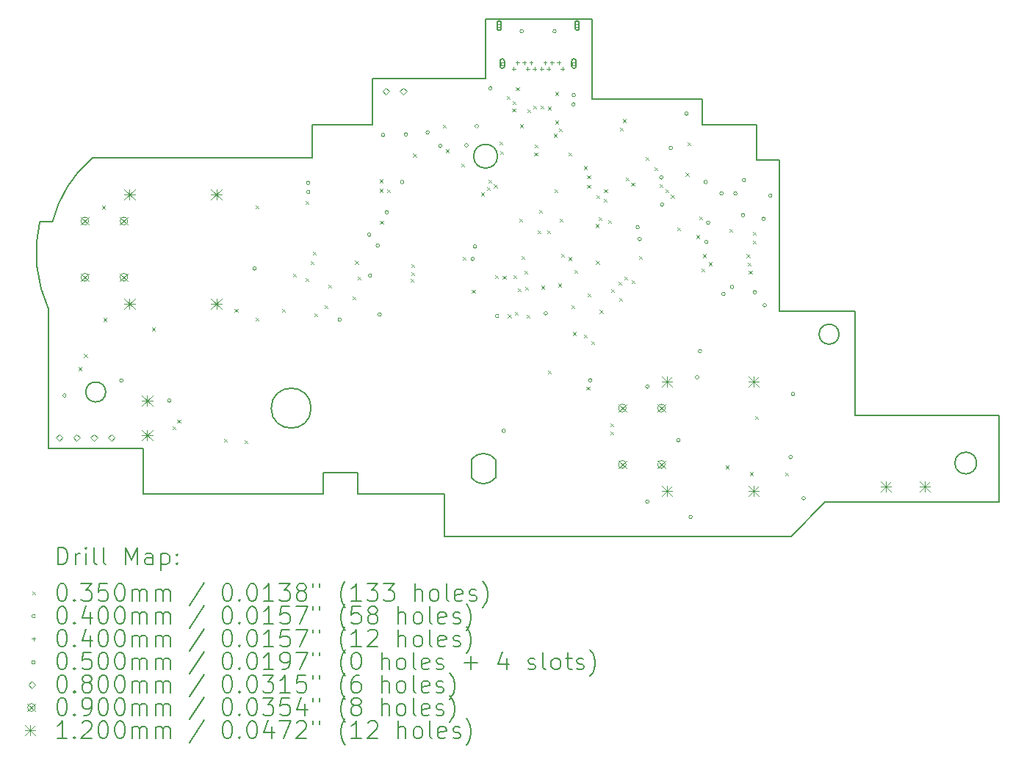
<source format=gbr>
%TF.GenerationSoftware,KiCad,Pcbnew,7.0.6*%
%TF.CreationDate,2024-01-02T21:37:00-08:00*%
%TF.ProjectId,procon_gcc_main_pcb,70726f63-6f6e-45f6-9763-635f6d61696e,1*%
%TF.SameCoordinates,Original*%
%TF.FileFunction,Drillmap*%
%TF.FilePolarity,Positive*%
%FSLAX45Y45*%
G04 Gerber Fmt 4.5, Leading zero omitted, Abs format (unit mm)*
G04 Created by KiCad (PCBNEW 7.0.6) date 2024-01-02 21:37:00*
%MOMM*%
%LPD*%
G01*
G04 APERTURE LIST*
%ADD10C,0.200000*%
%ADD11C,0.035000*%
%ADD12C,0.040000*%
%ADD13C,0.050000*%
%ADD14C,0.080000*%
%ADD15C,0.090000*%
%ADD16C,0.120000*%
G04 APERTURE END LIST*
D10*
X16360622Y-10811436D02*
X16630622Y-10811436D01*
X17155623Y-14761436D02*
X16765622Y-15161436D01*
X12765623Y-15161436D02*
X12765623Y-14671436D01*
X13378123Y-10771436D02*
G75*
G03*
X13378123Y-10771436I-137500J0D01*
G01*
X19155623Y-13761436D02*
X19155623Y-14761436D01*
X13355623Y-14270000D02*
G75*
G03*
X13075623Y-14270000I-140000J-105000D01*
G01*
X16630622Y-12561436D02*
X17500623Y-12561436D01*
X16360622Y-10411436D02*
X16360622Y-10811436D01*
X13240623Y-9871436D02*
X13240623Y-9186436D01*
X11765623Y-14421436D02*
X11365623Y-14421436D01*
X9295623Y-14141436D02*
X8205623Y-14141436D01*
X17500623Y-12561436D02*
X17500623Y-13761436D01*
X12765623Y-14671436D02*
X11765623Y-14671436D01*
X8705623Y-10791436D02*
X11240623Y-10791436D01*
X18900000Y-14311000D02*
G75*
G03*
X18900000Y-14311000I-125000J0D01*
G01*
X14470622Y-9186436D02*
X14470622Y-10111436D01*
X9295623Y-14671436D02*
X9295623Y-14141436D01*
X11940623Y-9871436D02*
X13240623Y-9871436D01*
X15740622Y-10111436D02*
X15740622Y-10411436D01*
X11365623Y-14671436D02*
X9295623Y-14671436D01*
X16765622Y-15161436D02*
X12765623Y-15161436D01*
X8101675Y-11525814D02*
X8249271Y-11525814D01*
X8205623Y-14141436D02*
X8205623Y-12541436D01*
X15740622Y-10411436D02*
X16360622Y-10411436D01*
X8862500Y-13491436D02*
G75*
G03*
X8862500Y-13491436I-115000J0D01*
G01*
X11240623Y-10411436D02*
X11940623Y-10411436D01*
X11765623Y-14671436D02*
X11765623Y-14421436D01*
X11230000Y-13677500D02*
G75*
G03*
X11230000Y-13677500I-230000J0D01*
G01*
X11240623Y-10791436D02*
X11240623Y-10411436D01*
X13240623Y-9186436D02*
X14470622Y-9186436D01*
X11365623Y-14421436D02*
X11365623Y-14671436D01*
X17500623Y-13761436D02*
X19155623Y-13761436D01*
X19155623Y-14761436D02*
X17155623Y-14761436D01*
X11940623Y-10411436D02*
X11940623Y-9871436D01*
X8101678Y-11525815D02*
G75*
G03*
X8205623Y-12541436I1538942J-355625D01*
G01*
X8705623Y-10791436D02*
G75*
G03*
X8249271Y-11525814I935000J-1089999D01*
G01*
X17315000Y-12825000D02*
G75*
G03*
X17315000Y-12825000I-115000J0D01*
G01*
X16630622Y-10811436D02*
X16630622Y-12561436D01*
X13075623Y-14480000D02*
G75*
G03*
X13355623Y-14480000I140000J105000D01*
G01*
X14470622Y-10111436D02*
X15740622Y-10111436D01*
X13075623Y-14480000D02*
X13075623Y-14270000D01*
X13355623Y-14270000D02*
X13355623Y-14480000D01*
D11*
X8552460Y-13205740D02*
X8587460Y-13240740D01*
X8587460Y-13205740D02*
X8552460Y-13240740D01*
X8613420Y-13053340D02*
X8648420Y-13088340D01*
X8648420Y-13053340D02*
X8613420Y-13088340D01*
X8821700Y-11343920D02*
X8856700Y-11378920D01*
X8856700Y-11343920D02*
X8821700Y-11378920D01*
X8834400Y-12639320D02*
X8869400Y-12674320D01*
X8869400Y-12639320D02*
X8834400Y-12674320D01*
X9398280Y-12748540D02*
X9433280Y-12783540D01*
X9433280Y-12748540D02*
X9398280Y-12783540D01*
X9634500Y-13886460D02*
X9669500Y-13921460D01*
X9669500Y-13886460D02*
X9634500Y-13921460D01*
X9687840Y-13812800D02*
X9722840Y-13847800D01*
X9722840Y-13812800D02*
X9687840Y-13847800D01*
X10223780Y-14028700D02*
X10258780Y-14063700D01*
X10258780Y-14028700D02*
X10223780Y-14063700D01*
X10348240Y-12530100D02*
X10383240Y-12565100D01*
X10383240Y-12530100D02*
X10348240Y-12565100D01*
X10465080Y-14051560D02*
X10500080Y-14086560D01*
X10500080Y-14051560D02*
X10465080Y-14086560D01*
X10589540Y-11341380D02*
X10624540Y-11376380D01*
X10624540Y-11341380D02*
X10589540Y-11376380D01*
X10592080Y-12636780D02*
X10627080Y-12671780D01*
X10627080Y-12636780D02*
X10592080Y-12671780D01*
X10891800Y-12530100D02*
X10926800Y-12565100D01*
X10926800Y-12530100D02*
X10891800Y-12565100D01*
X11023880Y-12123700D02*
X11058880Y-12158700D01*
X11058880Y-12123700D02*
X11023880Y-12158700D01*
X11166120Y-11285500D02*
X11201120Y-11320500D01*
X11201120Y-11285500D02*
X11166120Y-11320500D01*
X11168660Y-12174500D02*
X11203660Y-12209500D01*
X11203660Y-12174500D02*
X11168660Y-12209500D01*
X11224540Y-11984000D02*
X11259540Y-12019000D01*
X11259540Y-11984000D02*
X11224540Y-12019000D01*
X11247400Y-11874780D02*
X11282400Y-11909780D01*
X11282400Y-11874780D02*
X11247400Y-11909780D01*
X11267720Y-12583440D02*
X11302720Y-12618440D01*
X11302720Y-12583440D02*
X11267720Y-12618440D01*
X11387998Y-12490221D02*
X11422998Y-12525221D01*
X11422998Y-12490221D02*
X11387998Y-12525221D01*
X11430280Y-12253240D02*
X11465280Y-12288240D01*
X11465280Y-12253240D02*
X11430280Y-12288240D01*
X11707140Y-12390400D02*
X11742140Y-12425400D01*
X11742140Y-12390400D02*
X11707140Y-12425400D01*
X11737620Y-11978920D02*
X11772620Y-12013920D01*
X11772620Y-11978920D02*
X11737620Y-12013920D01*
X11765560Y-12161800D02*
X11800560Y-12196800D01*
X11800560Y-12161800D02*
X11765560Y-12196800D01*
X12019560Y-11148340D02*
X12054560Y-11183340D01*
X12054560Y-11148340D02*
X12019560Y-11183340D01*
X12022100Y-11039120D02*
X12057100Y-11074120D01*
X12057100Y-11039120D02*
X12022100Y-11074120D01*
X12024640Y-11519180D02*
X12059640Y-11554180D01*
X12059640Y-11519180D02*
X12024640Y-11554180D01*
X12105920Y-11153420D02*
X12140920Y-11188420D01*
X12140920Y-11153420D02*
X12105920Y-11188420D01*
X12377375Y-12189196D02*
X12412375Y-12224196D01*
X12412375Y-12189196D02*
X12377375Y-12224196D01*
X12385320Y-12014480D02*
X12420320Y-12049480D01*
X12420320Y-12014480D02*
X12385320Y-12049480D01*
X12385320Y-12108460D02*
X12420320Y-12143460D01*
X12420320Y-12108460D02*
X12385320Y-12143460D01*
X12405640Y-10742450D02*
X12440640Y-10777450D01*
X12440640Y-10742450D02*
X12405640Y-10777450D01*
X12746647Y-10409847D02*
X12781647Y-10444847D01*
X12781647Y-10409847D02*
X12746647Y-10444847D01*
X12784100Y-10691650D02*
X12819100Y-10726650D01*
X12819100Y-10691650D02*
X12784100Y-10726650D01*
X12961900Y-10858780D02*
X12996900Y-10893780D01*
X12996900Y-10858780D02*
X12961900Y-10893780D01*
X12979680Y-11930660D02*
X13014680Y-11965660D01*
X13014680Y-11930660D02*
X12979680Y-11965660D01*
X13083820Y-12314200D02*
X13118820Y-12349200D01*
X13118820Y-12314200D02*
X13083820Y-12349200D01*
X13191453Y-11191347D02*
X13226453Y-11226347D01*
X13226453Y-11191347D02*
X13191453Y-11226347D01*
X13254817Y-11129743D02*
X13289817Y-11164743D01*
X13289817Y-11129743D02*
X13254817Y-11164743D01*
X13271780Y-11041660D02*
X13306780Y-11076660D01*
X13306780Y-11041660D02*
X13271780Y-11076660D01*
X13337820Y-11097540D02*
X13372820Y-11132540D01*
X13372820Y-11097540D02*
X13337820Y-11132540D01*
X13353060Y-12146560D02*
X13388060Y-12181560D01*
X13388060Y-12146560D02*
X13353060Y-12181560D01*
X13403860Y-10604780D02*
X13438860Y-10639780D01*
X13438860Y-10604780D02*
X13403860Y-10639780D01*
X13410210Y-10716409D02*
X13445210Y-10751409D01*
X13445210Y-10716409D02*
X13410210Y-10751409D01*
X13439420Y-12149100D02*
X13474420Y-12184100D01*
X13474420Y-12149100D02*
X13439420Y-12184100D01*
X13485140Y-10079000D02*
X13520140Y-10114000D01*
X13520140Y-10079000D02*
X13485140Y-10114000D01*
X13497840Y-12596140D02*
X13532840Y-12631140D01*
X13532840Y-12596140D02*
X13497840Y-12631140D01*
X13548640Y-10221240D02*
X13583640Y-10256240D01*
X13583640Y-10221240D02*
X13548640Y-10256240D01*
X13551180Y-10134880D02*
X13586180Y-10169880D01*
X13586180Y-10134880D02*
X13551180Y-10169880D01*
X13563880Y-12146560D02*
X13598880Y-12181560D01*
X13598880Y-12146560D02*
X13563880Y-12181560D01*
X13581660Y-12568200D02*
X13616660Y-12603200D01*
X13616660Y-12568200D02*
X13581660Y-12603200D01*
X13591820Y-9974860D02*
X13626820Y-10009860D01*
X13626820Y-9974860D02*
X13591820Y-10009860D01*
X13612140Y-12296420D02*
X13647140Y-12331420D01*
X13647140Y-12296420D02*
X13612140Y-12331420D01*
X13627380Y-11493780D02*
X13662380Y-11528780D01*
X13662380Y-11493780D02*
X13627380Y-11528780D01*
X13638027Y-10404022D02*
X13673027Y-10439022D01*
X13673027Y-10404022D02*
X13638027Y-10439022D01*
X13657860Y-11925580D02*
X13692860Y-11960580D01*
X13692860Y-11925580D02*
X13657860Y-11960580D01*
X13689736Y-12095659D02*
X13724736Y-12130659D01*
X13724736Y-12095659D02*
X13689736Y-12130659D01*
X13698500Y-12281180D02*
X13733500Y-12316180D01*
X13733500Y-12281180D02*
X13698500Y-12316180D01*
X13716280Y-12598680D02*
X13751280Y-12633680D01*
X13751280Y-12598680D02*
X13716280Y-12633680D01*
X13719224Y-10228803D02*
X13754224Y-10263803D01*
X13754224Y-10228803D02*
X13719224Y-10263803D01*
X13793019Y-10186450D02*
X13828019Y-10221450D01*
X13828019Y-10186450D02*
X13793019Y-10221450D01*
X13803369Y-10727702D02*
X13838369Y-10762702D01*
X13838369Y-10727702D02*
X13803369Y-10762702D01*
X13803940Y-10635161D02*
X13838940Y-10670161D01*
X13838940Y-10635161D02*
X13803940Y-10670161D01*
X13844550Y-11630809D02*
X13879550Y-11665809D01*
X13879550Y-11630809D02*
X13844550Y-11665809D01*
X13861060Y-11392180D02*
X13896060Y-11427180D01*
X13896060Y-11392180D02*
X13861060Y-11427180D01*
X13878205Y-10189316D02*
X13913205Y-10224316D01*
X13913205Y-10189316D02*
X13878205Y-10224316D01*
X13881380Y-12265940D02*
X13916380Y-12300940D01*
X13916380Y-12265940D02*
X13881380Y-12300940D01*
X13948690Y-11625729D02*
X13983690Y-11660729D01*
X13983690Y-11625729D02*
X13948690Y-11660729D01*
X13957580Y-13246380D02*
X13992580Y-13281380D01*
X13992580Y-13246380D02*
X13957580Y-13281380D01*
X13962776Y-10200502D02*
X13997776Y-10235502D01*
X13997776Y-10200502D02*
X13962776Y-10235502D01*
X14029583Y-10513647D02*
X14064583Y-10548647D01*
X14064583Y-10513647D02*
X14029583Y-10548647D01*
X14037753Y-11150548D02*
X14072753Y-11185548D01*
X14072753Y-11150548D02*
X14037753Y-11185548D01*
X14041313Y-10360940D02*
X14076313Y-10395940D01*
X14076313Y-10360940D02*
X14041313Y-10395940D01*
X14041400Y-10030740D02*
X14076400Y-10065740D01*
X14076400Y-10030740D02*
X14041400Y-10065740D01*
X14075193Y-12241313D02*
X14110193Y-12276313D01*
X14110193Y-12241313D02*
X14075193Y-12276313D01*
X14088345Y-10451876D02*
X14123345Y-10486876D01*
X14123345Y-10451876D02*
X14088345Y-10486876D01*
X14094740Y-11488700D02*
X14129740Y-11523700D01*
X14129740Y-11488700D02*
X14094740Y-11523700D01*
X14115060Y-11897640D02*
X14150060Y-11932640D01*
X14150060Y-11897640D02*
X14115060Y-11932640D01*
X14193800Y-11935740D02*
X14228800Y-11970740D01*
X14228800Y-11935740D02*
X14193800Y-11970740D01*
X14196340Y-10731780D02*
X14231340Y-10766780D01*
X14231340Y-10731780D02*
X14196340Y-10766780D01*
X14231900Y-12492000D02*
X14266900Y-12527000D01*
X14266900Y-12492000D02*
X14231900Y-12527000D01*
X14249680Y-12799340D02*
X14284680Y-12834340D01*
X14284680Y-12799340D02*
X14249680Y-12834340D01*
X14264920Y-12086313D02*
X14299920Y-12121313D01*
X14299920Y-12086313D02*
X14264920Y-12121313D01*
X14371600Y-10886720D02*
X14406600Y-10921720D01*
X14406600Y-10886720D02*
X14371600Y-10921720D01*
X14371600Y-12827280D02*
X14406600Y-12862280D01*
X14406600Y-12827280D02*
X14371600Y-12862280D01*
X14404620Y-13429260D02*
X14439620Y-13464260D01*
X14439620Y-13429260D02*
X14404620Y-13464260D01*
X14412240Y-10993400D02*
X14447240Y-11028400D01*
X14447240Y-10993400D02*
X14412240Y-11028400D01*
X14412240Y-11102620D02*
X14447240Y-11137620D01*
X14447240Y-11102620D02*
X14412240Y-11137620D01*
X14419860Y-12352300D02*
X14454860Y-12387300D01*
X14454860Y-12352300D02*
X14419860Y-12387300D01*
X14457960Y-12906020D02*
X14492960Y-12941020D01*
X14492960Y-12906020D02*
X14457960Y-12941020D01*
X14511937Y-11555409D02*
X14546937Y-11590409D01*
X14546937Y-11555409D02*
X14511937Y-11590409D01*
X14513840Y-11978920D02*
X14548840Y-12013920D01*
X14548840Y-11978920D02*
X14513840Y-12013920D01*
X14516380Y-11219460D02*
X14551380Y-11254460D01*
X14551380Y-11219460D02*
X14516380Y-11254460D01*
X14541016Y-11473873D02*
X14576016Y-11508873D01*
X14576016Y-11473873D02*
X14541016Y-11508873D01*
X14557020Y-12545340D02*
X14592020Y-12580340D01*
X14592020Y-12545340D02*
X14557020Y-12580340D01*
X14599936Y-11262369D02*
X14634936Y-11297369D01*
X14634936Y-11262369D02*
X14599936Y-11297369D01*
X14607820Y-11153420D02*
X14642820Y-11188420D01*
X14642820Y-11153420D02*
X14607820Y-11188420D01*
X14651000Y-11506480D02*
X14686000Y-11541480D01*
X14686000Y-11506480D02*
X14651000Y-11541480D01*
X14681480Y-13853440D02*
X14716480Y-13888440D01*
X14716480Y-13853440D02*
X14681480Y-13888440D01*
X14681480Y-13944880D02*
X14716480Y-13979880D01*
X14716480Y-13944880D02*
X14681480Y-13979880D01*
X14686560Y-12306580D02*
X14721560Y-12341580D01*
X14721560Y-12306580D02*
X14686560Y-12341580D01*
X14775460Y-12220220D02*
X14810460Y-12255220D01*
X14810460Y-12220220D02*
X14775460Y-12255220D01*
X14778000Y-12403100D02*
X14813000Y-12438100D01*
X14813000Y-12403100D02*
X14778000Y-12438100D01*
X14792500Y-10440000D02*
X14827500Y-10475000D01*
X14827500Y-10440000D02*
X14792500Y-10475000D01*
X14825000Y-10345000D02*
X14860000Y-10380000D01*
X14860000Y-10345000D02*
X14825000Y-10380000D01*
X14841500Y-12161800D02*
X14876500Y-12196800D01*
X14876500Y-12161800D02*
X14841500Y-12196800D01*
X14859280Y-11019440D02*
X14894280Y-11054440D01*
X14894280Y-11019440D02*
X14859280Y-11054440D01*
X14920240Y-11079760D02*
X14955240Y-11114760D01*
X14955240Y-11079760D02*
X14920240Y-11114760D01*
X14921255Y-12201870D02*
X14956255Y-12236870D01*
X14956255Y-12201870D02*
X14921255Y-12236870D01*
X15009140Y-11923040D02*
X15044140Y-11958040D01*
X15044140Y-11923040D02*
X15009140Y-11958040D01*
X15085000Y-10777500D02*
X15120000Y-10812500D01*
X15120000Y-10777500D02*
X15085000Y-10812500D01*
X15185239Y-10899148D02*
X15220239Y-10934148D01*
X15220239Y-10899148D02*
X15185239Y-10934148D01*
X15244320Y-11090686D02*
X15279320Y-11125686D01*
X15279320Y-11090686D02*
X15244320Y-11125686D01*
X15317500Y-11150000D02*
X15352500Y-11185000D01*
X15352500Y-11150000D02*
X15317500Y-11185000D01*
X15377253Y-11216171D02*
X15412253Y-11251171D01*
X15412253Y-11216171D02*
X15377253Y-11251171D01*
X15448500Y-11591500D02*
X15483500Y-11626500D01*
X15483500Y-11591500D02*
X15448500Y-11626500D01*
X15547500Y-10962500D02*
X15582500Y-10997500D01*
X15582500Y-10962500D02*
X15547500Y-10997500D01*
X15567500Y-10612500D02*
X15602500Y-10647500D01*
X15602500Y-10612500D02*
X15567500Y-10647500D01*
X15672500Y-11682500D02*
X15707500Y-11717500D01*
X15707500Y-11682500D02*
X15672500Y-11717500D01*
X15700105Y-11464788D02*
X15735105Y-11499788D01*
X15735105Y-11464788D02*
X15700105Y-11499788D01*
X15730000Y-12065000D02*
X15765000Y-12100000D01*
X15765000Y-12065000D02*
X15730000Y-12100000D01*
X15742500Y-11902500D02*
X15777500Y-11937500D01*
X15777500Y-11902500D02*
X15742500Y-11937500D01*
X15812500Y-11995000D02*
X15847500Y-12030000D01*
X15847500Y-11995000D02*
X15812500Y-12030000D01*
X16007360Y-14341120D02*
X16042360Y-14376120D01*
X16042360Y-14341120D02*
X16007360Y-14376120D01*
X16050831Y-11611954D02*
X16085831Y-11646954D01*
X16085831Y-11611954D02*
X16050831Y-11646954D01*
X16250000Y-11902500D02*
X16285000Y-11937500D01*
X16285000Y-11902500D02*
X16250000Y-11937500D01*
X16262500Y-11997500D02*
X16297500Y-12032500D01*
X16297500Y-11997500D02*
X16262500Y-12032500D01*
X16275000Y-12095000D02*
X16310000Y-12130000D01*
X16310000Y-12095000D02*
X16275000Y-12130000D01*
X16286760Y-14417320D02*
X16321760Y-14452320D01*
X16321760Y-14417320D02*
X16286760Y-14452320D01*
X16319500Y-11748500D02*
X16354500Y-11783500D01*
X16354500Y-11748500D02*
X16319500Y-11783500D01*
X16325000Y-11647500D02*
X16360000Y-11682500D01*
X16360000Y-11647500D02*
X16325000Y-11682500D01*
X16345180Y-13767080D02*
X16380180Y-13802080D01*
X16380180Y-13767080D02*
X16345180Y-13802080D01*
X16695700Y-14419860D02*
X16730700Y-14454860D01*
X16730700Y-14419860D02*
X16695700Y-14454860D01*
D12*
X8407080Y-13533120D02*
G75*
G03*
X8407080Y-13533120I-20000J0D01*
G01*
X9062400Y-13360400D02*
G75*
G03*
X9062400Y-13360400I-20000J0D01*
G01*
X9616120Y-13591540D02*
G75*
G03*
X9616120Y-13591540I-20000J0D01*
G01*
X10596560Y-12067540D02*
G75*
G03*
X10596560Y-12067540I-20000J0D01*
G01*
X11216320Y-11077780D02*
G75*
G03*
X11216320Y-11077780I-20000J0D01*
G01*
X11216320Y-11182780D02*
G75*
G03*
X11216320Y-11182780I-20000J0D01*
G01*
X11579540Y-12656820D02*
G75*
G03*
X11579540Y-12656820I-20000J0D01*
G01*
X11920670Y-11677410D02*
G75*
G03*
X11920670Y-11677410I-20000J0D01*
G01*
X11927520Y-12148820D02*
G75*
G03*
X11927520Y-12148820I-20000J0D01*
G01*
X12018392Y-11802239D02*
G75*
G03*
X12018392Y-11802239I-20000J0D01*
G01*
X12039280Y-12598400D02*
G75*
G03*
X12039280Y-12598400I-20000J0D01*
G01*
X12079920Y-10525760D02*
G75*
G03*
X12079920Y-10525760I-20000J0D01*
G01*
X12123100Y-11417300D02*
G75*
G03*
X12123100Y-11417300I-20000J0D01*
G01*
X12298360Y-11069320D02*
G75*
G03*
X12298360Y-11069320I-20000J0D01*
G01*
X12341540Y-10520680D02*
G75*
G03*
X12341540Y-10520680I-20000J0D01*
G01*
X12592272Y-10495609D02*
G75*
G03*
X12592272Y-10495609I-20000J0D01*
G01*
X12737724Y-10652945D02*
G75*
G03*
X12737724Y-10652945I-20000J0D01*
G01*
X13039984Y-10644452D02*
G75*
G03*
X13039984Y-10644452I-20000J0D01*
G01*
X13111160Y-11955780D02*
G75*
G03*
X13111160Y-11955780I-20000J0D01*
G01*
X13139100Y-11813540D02*
G75*
G03*
X13139100Y-11813540I-20000J0D01*
G01*
X13159420Y-10424160D02*
G75*
G03*
X13159420Y-10424160I-20000J0D01*
G01*
X13316900Y-9987280D02*
G75*
G03*
X13316900Y-9987280I-20000J0D01*
G01*
X13393100Y-12613640D02*
G75*
G03*
X13393100Y-12613640I-20000J0D01*
G01*
X13469300Y-13939520D02*
G75*
G03*
X13469300Y-13939520I-20000J0D01*
G01*
X13677580Y-9329420D02*
G75*
G03*
X13677580Y-9329420I-20000J0D01*
G01*
X13954440Y-12583160D02*
G75*
G03*
X13954440Y-12583160I-20000J0D01*
G01*
X14056040Y-9329420D02*
G75*
G03*
X14056040Y-9329420I-20000J0D01*
G01*
X14274480Y-10172700D02*
G75*
G03*
X14274480Y-10172700I-20000J0D01*
G01*
X14277020Y-10066020D02*
G75*
G03*
X14277020Y-10066020I-20000J0D01*
G01*
X14467520Y-13357860D02*
G75*
G03*
X14467520Y-13357860I-20000J0D01*
G01*
X15013620Y-11590020D02*
G75*
G03*
X15013620Y-11590020I-20000J0D01*
G01*
X15036480Y-11727180D02*
G75*
G03*
X15036480Y-11727180I-20000J0D01*
G01*
X15125380Y-13428980D02*
G75*
G03*
X15125380Y-13428980I-20000J0D01*
G01*
X15125380Y-14754860D02*
G75*
G03*
X15125380Y-14754860I-20000J0D01*
G01*
X15285720Y-11016300D02*
G75*
G03*
X15285720Y-11016300I-20000J0D01*
G01*
X15295521Y-11329353D02*
G75*
G03*
X15295521Y-11329353I-20000J0D01*
G01*
X15395000Y-10675000D02*
G75*
G03*
X15395000Y-10675000I-20000J0D01*
G01*
X15483520Y-14048740D02*
G75*
G03*
X15483520Y-14048740I-20000J0D01*
G01*
X15575000Y-10280000D02*
G75*
G03*
X15575000Y-10280000I-20000J0D01*
G01*
X15623220Y-14932660D02*
G75*
G03*
X15623220Y-14932660I-20000J0D01*
G01*
X15699420Y-13322300D02*
G75*
G03*
X15699420Y-13322300I-20000J0D01*
G01*
X15732440Y-13022580D02*
G75*
G03*
X15732440Y-13022580I-20000J0D01*
G01*
X15798203Y-11069043D02*
G75*
G03*
X15798203Y-11069043I-20000J0D01*
G01*
X15805000Y-11760000D02*
G75*
G03*
X15805000Y-11760000I-20000J0D01*
G01*
X15825574Y-11536680D02*
G75*
G03*
X15825574Y-11536680I-20000J0D01*
G01*
X15980710Y-11201515D02*
G75*
G03*
X15980710Y-11201515I-20000J0D01*
G01*
X16002500Y-12360000D02*
G75*
G03*
X16002500Y-12360000I-20000J0D01*
G01*
X16102500Y-12280000D02*
G75*
G03*
X16102500Y-12280000I-20000J0D01*
G01*
X16139927Y-11200979D02*
G75*
G03*
X16139927Y-11200979I-20000J0D01*
G01*
X16228000Y-11451000D02*
G75*
G03*
X16228000Y-11451000I-20000J0D01*
G01*
X16237590Y-11047859D02*
G75*
G03*
X16237590Y-11047859I-20000J0D01*
G01*
X16362500Y-12340000D02*
G75*
G03*
X16362500Y-12340000I-20000J0D01*
G01*
X16465000Y-11492500D02*
G75*
G03*
X16465000Y-11492500I-20000J0D01*
G01*
X16477500Y-12490000D02*
G75*
G03*
X16477500Y-12490000I-20000J0D01*
G01*
X16542700Y-11224260D02*
G75*
G03*
X16542700Y-11224260I-20000J0D01*
G01*
X16776380Y-14241780D02*
G75*
G03*
X16776380Y-14241780I-20000J0D01*
G01*
X16804320Y-13515340D02*
G75*
G03*
X16804320Y-13515340I-20000J0D01*
G01*
X16926240Y-14716760D02*
G75*
G03*
X16926240Y-14716760I-20000J0D01*
G01*
X13566000Y-9742500D02*
X13566000Y-9782500D01*
X13546000Y-9762500D02*
X13586000Y-9762500D01*
X13606000Y-9672500D02*
X13606000Y-9712500D01*
X13586000Y-9692500D02*
X13626000Y-9692500D01*
X13686000Y-9672500D02*
X13686000Y-9712500D01*
X13666000Y-9692500D02*
X13706000Y-9692500D01*
X13726000Y-9742500D02*
X13726000Y-9782500D01*
X13706000Y-9762500D02*
X13746000Y-9762500D01*
X13766000Y-9672500D02*
X13766000Y-9712500D01*
X13746000Y-9692500D02*
X13786000Y-9692500D01*
X13806000Y-9742500D02*
X13806000Y-9782500D01*
X13786000Y-9762500D02*
X13826000Y-9762500D01*
X13886000Y-9742500D02*
X13886000Y-9782500D01*
X13866000Y-9762500D02*
X13906000Y-9762500D01*
X13926000Y-9672500D02*
X13926000Y-9712500D01*
X13906000Y-9692500D02*
X13946000Y-9692500D01*
X13966000Y-9742500D02*
X13966000Y-9782500D01*
X13946000Y-9762500D02*
X13986000Y-9762500D01*
X14006000Y-9672500D02*
X14006000Y-9712500D01*
X13986000Y-9692500D02*
X14026000Y-9692500D01*
X14086000Y-9672500D02*
X14086000Y-9712500D01*
X14066000Y-9692500D02*
X14106000Y-9692500D01*
X14126000Y-9742500D02*
X14126000Y-9782500D01*
X14106000Y-9762500D02*
X14146000Y-9762500D01*
D13*
X13414678Y-9281178D02*
X13414678Y-9245822D01*
X13379322Y-9245822D01*
X13379322Y-9281178D01*
X13414678Y-9281178D01*
D10*
X13422000Y-9293500D02*
X13422000Y-9233500D01*
X13422000Y-9233500D02*
G75*
G03*
X13372000Y-9233500I-25000J0D01*
G01*
X13372000Y-9233500D02*
X13372000Y-9293500D01*
X13372000Y-9293500D02*
G75*
G03*
X13422000Y-9293500I25000J0D01*
G01*
D13*
X13450678Y-9720178D02*
X13450678Y-9684822D01*
X13415322Y-9684822D01*
X13415322Y-9720178D01*
X13450678Y-9720178D01*
D10*
X13458000Y-9732500D02*
X13458000Y-9672500D01*
X13458000Y-9672500D02*
G75*
G03*
X13408000Y-9672500I-25000J0D01*
G01*
X13408000Y-9672500D02*
X13408000Y-9732500D01*
X13408000Y-9732500D02*
G75*
G03*
X13458000Y-9732500I25000J0D01*
G01*
D13*
X14276678Y-9720178D02*
X14276678Y-9684822D01*
X14241322Y-9684822D01*
X14241322Y-9720178D01*
X14276678Y-9720178D01*
D10*
X14284000Y-9732500D02*
X14284000Y-9672500D01*
X14284000Y-9672500D02*
G75*
G03*
X14234000Y-9672500I-25000J0D01*
G01*
X14234000Y-9672500D02*
X14234000Y-9732500D01*
X14234000Y-9732500D02*
G75*
G03*
X14284000Y-9732500I25000J0D01*
G01*
D13*
X14312678Y-9281178D02*
X14312678Y-9245822D01*
X14277322Y-9245822D01*
X14277322Y-9281178D01*
X14312678Y-9281178D01*
D10*
X14320000Y-9293500D02*
X14320000Y-9233500D01*
X14320000Y-9233500D02*
G75*
G03*
X14270000Y-9233500I-25000J0D01*
G01*
X14270000Y-9233500D02*
X14270000Y-9293500D01*
X14270000Y-9293500D02*
G75*
G03*
X14320000Y-9293500I25000J0D01*
G01*
D14*
X8327440Y-14058260D02*
X8367440Y-14018260D01*
X8327440Y-13978260D01*
X8287440Y-14018260D01*
X8327440Y-14058260D01*
X8527440Y-14058260D02*
X8567440Y-14018260D01*
X8527440Y-13978260D01*
X8487440Y-14018260D01*
X8527440Y-14058260D01*
X8727440Y-14058260D02*
X8767440Y-14018260D01*
X8727440Y-13978260D01*
X8687440Y-14018260D01*
X8727440Y-14058260D01*
X8927440Y-14058260D02*
X8967440Y-14018260D01*
X8927440Y-13978260D01*
X8887440Y-14018260D01*
X8927440Y-14058260D01*
X12092000Y-10062840D02*
X12132000Y-10022840D01*
X12092000Y-9982840D01*
X12052000Y-10022840D01*
X12092000Y-10062840D01*
X12292000Y-10062840D02*
X12332000Y-10022840D01*
X12292000Y-9982840D01*
X12252000Y-10022840D01*
X12292000Y-10062840D01*
D15*
X8577700Y-11473260D02*
X8667700Y-11563260D01*
X8667700Y-11473260D02*
X8577700Y-11563260D01*
X8667700Y-11518260D02*
G75*
G03*
X8667700Y-11518260I-45000J0D01*
G01*
X8577700Y-12123260D02*
X8667700Y-12213260D01*
X8667700Y-12123260D02*
X8577700Y-12213260D01*
X8667700Y-12168260D02*
G75*
G03*
X8667700Y-12168260I-45000J0D01*
G01*
X9027700Y-11473260D02*
X9117700Y-11563260D01*
X9117700Y-11473260D02*
X9027700Y-11563260D01*
X9117700Y-11518260D02*
G75*
G03*
X9117700Y-11518260I-45000J0D01*
G01*
X9027700Y-12123260D02*
X9117700Y-12213260D01*
X9117700Y-12123260D02*
X9027700Y-12213260D01*
X9117700Y-12168260D02*
G75*
G03*
X9117700Y-12168260I-45000J0D01*
G01*
X14772020Y-13632200D02*
X14862020Y-13722200D01*
X14862020Y-13632200D02*
X14772020Y-13722200D01*
X14862020Y-13677200D02*
G75*
G03*
X14862020Y-13677200I-45000J0D01*
G01*
X14772020Y-14282200D02*
X14862020Y-14372200D01*
X14862020Y-14282200D02*
X14772020Y-14372200D01*
X14862020Y-14327200D02*
G75*
G03*
X14862020Y-14327200I-45000J0D01*
G01*
X15222020Y-13632200D02*
X15312020Y-13722200D01*
X15312020Y-13632200D02*
X15222020Y-13722200D01*
X15312020Y-13677200D02*
G75*
G03*
X15312020Y-13677200I-45000J0D01*
G01*
X15222020Y-14282200D02*
X15312020Y-14372200D01*
X15312020Y-14282200D02*
X15222020Y-14372200D01*
X15312020Y-14327200D02*
G75*
G03*
X15312020Y-14327200I-45000J0D01*
G01*
D16*
X9077700Y-11150760D02*
X9197700Y-11270760D01*
X9197700Y-11150760D02*
X9077700Y-11270760D01*
X9137700Y-11150760D02*
X9137700Y-11270760D01*
X9077700Y-11210760D02*
X9197700Y-11210760D01*
X9077700Y-12415760D02*
X9197700Y-12535760D01*
X9197700Y-12415760D02*
X9077700Y-12535760D01*
X9137700Y-12415760D02*
X9137700Y-12535760D01*
X9077700Y-12475760D02*
X9197700Y-12475760D01*
X9281399Y-13530930D02*
X9401399Y-13650930D01*
X9401399Y-13530930D02*
X9281399Y-13650930D01*
X9341399Y-13530930D02*
X9341399Y-13650930D01*
X9281399Y-13590930D02*
X9401399Y-13590930D01*
X9281399Y-13930320D02*
X9401399Y-14050320D01*
X9401399Y-13930320D02*
X9281399Y-14050320D01*
X9341399Y-13930320D02*
X9341399Y-14050320D01*
X9281399Y-13990320D02*
X9401399Y-13990320D01*
X10077700Y-11150760D02*
X10197700Y-11270760D01*
X10197700Y-11150760D02*
X10077700Y-11270760D01*
X10137700Y-11150760D02*
X10137700Y-11270760D01*
X10077700Y-11210760D02*
X10197700Y-11210760D01*
X10077700Y-12415760D02*
X10197700Y-12535760D01*
X10197700Y-12415760D02*
X10077700Y-12535760D01*
X10137700Y-12415760D02*
X10137700Y-12535760D01*
X10077700Y-12475760D02*
X10197700Y-12475760D01*
X15272020Y-13309700D02*
X15392020Y-13429700D01*
X15392020Y-13309700D02*
X15272020Y-13429700D01*
X15332020Y-13309700D02*
X15332020Y-13429700D01*
X15272020Y-13369700D02*
X15392020Y-13369700D01*
X15272020Y-14574700D02*
X15392020Y-14694700D01*
X15392020Y-14574700D02*
X15272020Y-14694700D01*
X15332020Y-14574700D02*
X15332020Y-14694700D01*
X15272020Y-14634700D02*
X15392020Y-14634700D01*
X16272020Y-13309700D02*
X16392020Y-13429700D01*
X16392020Y-13309700D02*
X16272020Y-13429700D01*
X16332020Y-13309700D02*
X16332020Y-13429700D01*
X16272020Y-13369700D02*
X16392020Y-13369700D01*
X16272020Y-14574700D02*
X16392020Y-14694700D01*
X16392020Y-14574700D02*
X16272020Y-14694700D01*
X16332020Y-14574700D02*
X16332020Y-14694700D01*
X16272020Y-14634700D02*
X16392020Y-14634700D01*
X17796200Y-14524875D02*
X17916200Y-14644875D01*
X17916200Y-14524875D02*
X17796200Y-14644875D01*
X17856200Y-14524875D02*
X17856200Y-14644875D01*
X17796200Y-14584875D02*
X17916200Y-14584875D01*
X18246200Y-14524875D02*
X18366200Y-14644875D01*
X18366200Y-14524875D02*
X18246200Y-14644875D01*
X18306200Y-14524875D02*
X18306200Y-14644875D01*
X18246200Y-14584875D02*
X18366200Y-14584875D01*
D10*
X8311899Y-15482919D02*
X8311899Y-15282919D01*
X8311899Y-15282919D02*
X8359518Y-15282919D01*
X8359518Y-15282919D02*
X8388090Y-15292443D01*
X8388090Y-15292443D02*
X8407138Y-15311491D01*
X8407138Y-15311491D02*
X8416661Y-15330538D01*
X8416661Y-15330538D02*
X8426185Y-15368634D01*
X8426185Y-15368634D02*
X8426185Y-15397205D01*
X8426185Y-15397205D02*
X8416661Y-15435300D01*
X8416661Y-15435300D02*
X8407138Y-15454348D01*
X8407138Y-15454348D02*
X8388090Y-15473396D01*
X8388090Y-15473396D02*
X8359518Y-15482919D01*
X8359518Y-15482919D02*
X8311899Y-15482919D01*
X8511899Y-15482919D02*
X8511899Y-15349586D01*
X8511899Y-15387681D02*
X8521423Y-15368634D01*
X8521423Y-15368634D02*
X8530947Y-15359110D01*
X8530947Y-15359110D02*
X8549995Y-15349586D01*
X8549995Y-15349586D02*
X8569042Y-15349586D01*
X8635709Y-15482919D02*
X8635709Y-15349586D01*
X8635709Y-15282919D02*
X8626185Y-15292443D01*
X8626185Y-15292443D02*
X8635709Y-15301967D01*
X8635709Y-15301967D02*
X8645233Y-15292443D01*
X8645233Y-15292443D02*
X8635709Y-15282919D01*
X8635709Y-15282919D02*
X8635709Y-15301967D01*
X8759518Y-15482919D02*
X8740471Y-15473396D01*
X8740471Y-15473396D02*
X8730947Y-15454348D01*
X8730947Y-15454348D02*
X8730947Y-15282919D01*
X8864280Y-15482919D02*
X8845233Y-15473396D01*
X8845233Y-15473396D02*
X8835709Y-15454348D01*
X8835709Y-15454348D02*
X8835709Y-15282919D01*
X9092852Y-15482919D02*
X9092852Y-15282919D01*
X9092852Y-15282919D02*
X9159519Y-15425777D01*
X9159519Y-15425777D02*
X9226185Y-15282919D01*
X9226185Y-15282919D02*
X9226185Y-15482919D01*
X9407138Y-15482919D02*
X9407138Y-15378158D01*
X9407138Y-15378158D02*
X9397614Y-15359110D01*
X9397614Y-15359110D02*
X9378566Y-15349586D01*
X9378566Y-15349586D02*
X9340471Y-15349586D01*
X9340471Y-15349586D02*
X9321423Y-15359110D01*
X9407138Y-15473396D02*
X9388090Y-15482919D01*
X9388090Y-15482919D02*
X9340471Y-15482919D01*
X9340471Y-15482919D02*
X9321423Y-15473396D01*
X9321423Y-15473396D02*
X9311899Y-15454348D01*
X9311899Y-15454348D02*
X9311899Y-15435300D01*
X9311899Y-15435300D02*
X9321423Y-15416253D01*
X9321423Y-15416253D02*
X9340471Y-15406729D01*
X9340471Y-15406729D02*
X9388090Y-15406729D01*
X9388090Y-15406729D02*
X9407138Y-15397205D01*
X9502376Y-15349586D02*
X9502376Y-15549586D01*
X9502376Y-15359110D02*
X9521423Y-15349586D01*
X9521423Y-15349586D02*
X9559519Y-15349586D01*
X9559519Y-15349586D02*
X9578566Y-15359110D01*
X9578566Y-15359110D02*
X9588090Y-15368634D01*
X9588090Y-15368634D02*
X9597614Y-15387681D01*
X9597614Y-15387681D02*
X9597614Y-15444824D01*
X9597614Y-15444824D02*
X9588090Y-15463872D01*
X9588090Y-15463872D02*
X9578566Y-15473396D01*
X9578566Y-15473396D02*
X9559519Y-15482919D01*
X9559519Y-15482919D02*
X9521423Y-15482919D01*
X9521423Y-15482919D02*
X9502376Y-15473396D01*
X9683328Y-15463872D02*
X9692852Y-15473396D01*
X9692852Y-15473396D02*
X9683328Y-15482919D01*
X9683328Y-15482919D02*
X9673804Y-15473396D01*
X9673804Y-15473396D02*
X9683328Y-15463872D01*
X9683328Y-15463872D02*
X9683328Y-15482919D01*
X9683328Y-15359110D02*
X9692852Y-15368634D01*
X9692852Y-15368634D02*
X9683328Y-15378158D01*
X9683328Y-15378158D02*
X9673804Y-15368634D01*
X9673804Y-15368634D02*
X9683328Y-15359110D01*
X9683328Y-15359110D02*
X9683328Y-15378158D01*
D11*
X8016123Y-15793936D02*
X8051123Y-15828936D01*
X8051123Y-15793936D02*
X8016123Y-15828936D01*
D10*
X8349995Y-15702919D02*
X8369042Y-15702919D01*
X8369042Y-15702919D02*
X8388090Y-15712443D01*
X8388090Y-15712443D02*
X8397614Y-15721967D01*
X8397614Y-15721967D02*
X8407138Y-15741015D01*
X8407138Y-15741015D02*
X8416661Y-15779110D01*
X8416661Y-15779110D02*
X8416661Y-15826729D01*
X8416661Y-15826729D02*
X8407138Y-15864824D01*
X8407138Y-15864824D02*
X8397614Y-15883872D01*
X8397614Y-15883872D02*
X8388090Y-15893396D01*
X8388090Y-15893396D02*
X8369042Y-15902919D01*
X8369042Y-15902919D02*
X8349995Y-15902919D01*
X8349995Y-15902919D02*
X8330947Y-15893396D01*
X8330947Y-15893396D02*
X8321423Y-15883872D01*
X8321423Y-15883872D02*
X8311899Y-15864824D01*
X8311899Y-15864824D02*
X8302376Y-15826729D01*
X8302376Y-15826729D02*
X8302376Y-15779110D01*
X8302376Y-15779110D02*
X8311899Y-15741015D01*
X8311899Y-15741015D02*
X8321423Y-15721967D01*
X8321423Y-15721967D02*
X8330947Y-15712443D01*
X8330947Y-15712443D02*
X8349995Y-15702919D01*
X8502376Y-15883872D02*
X8511899Y-15893396D01*
X8511899Y-15893396D02*
X8502376Y-15902919D01*
X8502376Y-15902919D02*
X8492852Y-15893396D01*
X8492852Y-15893396D02*
X8502376Y-15883872D01*
X8502376Y-15883872D02*
X8502376Y-15902919D01*
X8578566Y-15702919D02*
X8702376Y-15702919D01*
X8702376Y-15702919D02*
X8635709Y-15779110D01*
X8635709Y-15779110D02*
X8664280Y-15779110D01*
X8664280Y-15779110D02*
X8683328Y-15788634D01*
X8683328Y-15788634D02*
X8692852Y-15798158D01*
X8692852Y-15798158D02*
X8702376Y-15817205D01*
X8702376Y-15817205D02*
X8702376Y-15864824D01*
X8702376Y-15864824D02*
X8692852Y-15883872D01*
X8692852Y-15883872D02*
X8683328Y-15893396D01*
X8683328Y-15893396D02*
X8664280Y-15902919D01*
X8664280Y-15902919D02*
X8607138Y-15902919D01*
X8607138Y-15902919D02*
X8588090Y-15893396D01*
X8588090Y-15893396D02*
X8578566Y-15883872D01*
X8883328Y-15702919D02*
X8788090Y-15702919D01*
X8788090Y-15702919D02*
X8778566Y-15798158D01*
X8778566Y-15798158D02*
X8788090Y-15788634D01*
X8788090Y-15788634D02*
X8807138Y-15779110D01*
X8807138Y-15779110D02*
X8854757Y-15779110D01*
X8854757Y-15779110D02*
X8873804Y-15788634D01*
X8873804Y-15788634D02*
X8883328Y-15798158D01*
X8883328Y-15798158D02*
X8892852Y-15817205D01*
X8892852Y-15817205D02*
X8892852Y-15864824D01*
X8892852Y-15864824D02*
X8883328Y-15883872D01*
X8883328Y-15883872D02*
X8873804Y-15893396D01*
X8873804Y-15893396D02*
X8854757Y-15902919D01*
X8854757Y-15902919D02*
X8807138Y-15902919D01*
X8807138Y-15902919D02*
X8788090Y-15893396D01*
X8788090Y-15893396D02*
X8778566Y-15883872D01*
X9016661Y-15702919D02*
X9035709Y-15702919D01*
X9035709Y-15702919D02*
X9054757Y-15712443D01*
X9054757Y-15712443D02*
X9064280Y-15721967D01*
X9064280Y-15721967D02*
X9073804Y-15741015D01*
X9073804Y-15741015D02*
X9083328Y-15779110D01*
X9083328Y-15779110D02*
X9083328Y-15826729D01*
X9083328Y-15826729D02*
X9073804Y-15864824D01*
X9073804Y-15864824D02*
X9064280Y-15883872D01*
X9064280Y-15883872D02*
X9054757Y-15893396D01*
X9054757Y-15893396D02*
X9035709Y-15902919D01*
X9035709Y-15902919D02*
X9016661Y-15902919D01*
X9016661Y-15902919D02*
X8997614Y-15893396D01*
X8997614Y-15893396D02*
X8988090Y-15883872D01*
X8988090Y-15883872D02*
X8978566Y-15864824D01*
X8978566Y-15864824D02*
X8969042Y-15826729D01*
X8969042Y-15826729D02*
X8969042Y-15779110D01*
X8969042Y-15779110D02*
X8978566Y-15741015D01*
X8978566Y-15741015D02*
X8988090Y-15721967D01*
X8988090Y-15721967D02*
X8997614Y-15712443D01*
X8997614Y-15712443D02*
X9016661Y-15702919D01*
X9169042Y-15902919D02*
X9169042Y-15769586D01*
X9169042Y-15788634D02*
X9178566Y-15779110D01*
X9178566Y-15779110D02*
X9197614Y-15769586D01*
X9197614Y-15769586D02*
X9226185Y-15769586D01*
X9226185Y-15769586D02*
X9245233Y-15779110D01*
X9245233Y-15779110D02*
X9254757Y-15798158D01*
X9254757Y-15798158D02*
X9254757Y-15902919D01*
X9254757Y-15798158D02*
X9264280Y-15779110D01*
X9264280Y-15779110D02*
X9283328Y-15769586D01*
X9283328Y-15769586D02*
X9311899Y-15769586D01*
X9311899Y-15769586D02*
X9330947Y-15779110D01*
X9330947Y-15779110D02*
X9340471Y-15798158D01*
X9340471Y-15798158D02*
X9340471Y-15902919D01*
X9435709Y-15902919D02*
X9435709Y-15769586D01*
X9435709Y-15788634D02*
X9445233Y-15779110D01*
X9445233Y-15779110D02*
X9464280Y-15769586D01*
X9464280Y-15769586D02*
X9492852Y-15769586D01*
X9492852Y-15769586D02*
X9511900Y-15779110D01*
X9511900Y-15779110D02*
X9521423Y-15798158D01*
X9521423Y-15798158D02*
X9521423Y-15902919D01*
X9521423Y-15798158D02*
X9530947Y-15779110D01*
X9530947Y-15779110D02*
X9549995Y-15769586D01*
X9549995Y-15769586D02*
X9578566Y-15769586D01*
X9578566Y-15769586D02*
X9597614Y-15779110D01*
X9597614Y-15779110D02*
X9607138Y-15798158D01*
X9607138Y-15798158D02*
X9607138Y-15902919D01*
X9997614Y-15693396D02*
X9826185Y-15950538D01*
X10254757Y-15702919D02*
X10273804Y-15702919D01*
X10273804Y-15702919D02*
X10292852Y-15712443D01*
X10292852Y-15712443D02*
X10302376Y-15721967D01*
X10302376Y-15721967D02*
X10311900Y-15741015D01*
X10311900Y-15741015D02*
X10321423Y-15779110D01*
X10321423Y-15779110D02*
X10321423Y-15826729D01*
X10321423Y-15826729D02*
X10311900Y-15864824D01*
X10311900Y-15864824D02*
X10302376Y-15883872D01*
X10302376Y-15883872D02*
X10292852Y-15893396D01*
X10292852Y-15893396D02*
X10273804Y-15902919D01*
X10273804Y-15902919D02*
X10254757Y-15902919D01*
X10254757Y-15902919D02*
X10235709Y-15893396D01*
X10235709Y-15893396D02*
X10226185Y-15883872D01*
X10226185Y-15883872D02*
X10216662Y-15864824D01*
X10216662Y-15864824D02*
X10207138Y-15826729D01*
X10207138Y-15826729D02*
X10207138Y-15779110D01*
X10207138Y-15779110D02*
X10216662Y-15741015D01*
X10216662Y-15741015D02*
X10226185Y-15721967D01*
X10226185Y-15721967D02*
X10235709Y-15712443D01*
X10235709Y-15712443D02*
X10254757Y-15702919D01*
X10407138Y-15883872D02*
X10416662Y-15893396D01*
X10416662Y-15893396D02*
X10407138Y-15902919D01*
X10407138Y-15902919D02*
X10397614Y-15893396D01*
X10397614Y-15893396D02*
X10407138Y-15883872D01*
X10407138Y-15883872D02*
X10407138Y-15902919D01*
X10540471Y-15702919D02*
X10559519Y-15702919D01*
X10559519Y-15702919D02*
X10578566Y-15712443D01*
X10578566Y-15712443D02*
X10588090Y-15721967D01*
X10588090Y-15721967D02*
X10597614Y-15741015D01*
X10597614Y-15741015D02*
X10607138Y-15779110D01*
X10607138Y-15779110D02*
X10607138Y-15826729D01*
X10607138Y-15826729D02*
X10597614Y-15864824D01*
X10597614Y-15864824D02*
X10588090Y-15883872D01*
X10588090Y-15883872D02*
X10578566Y-15893396D01*
X10578566Y-15893396D02*
X10559519Y-15902919D01*
X10559519Y-15902919D02*
X10540471Y-15902919D01*
X10540471Y-15902919D02*
X10521423Y-15893396D01*
X10521423Y-15893396D02*
X10511900Y-15883872D01*
X10511900Y-15883872D02*
X10502376Y-15864824D01*
X10502376Y-15864824D02*
X10492852Y-15826729D01*
X10492852Y-15826729D02*
X10492852Y-15779110D01*
X10492852Y-15779110D02*
X10502376Y-15741015D01*
X10502376Y-15741015D02*
X10511900Y-15721967D01*
X10511900Y-15721967D02*
X10521423Y-15712443D01*
X10521423Y-15712443D02*
X10540471Y-15702919D01*
X10797614Y-15902919D02*
X10683328Y-15902919D01*
X10740471Y-15902919D02*
X10740471Y-15702919D01*
X10740471Y-15702919D02*
X10721423Y-15731491D01*
X10721423Y-15731491D02*
X10702376Y-15750538D01*
X10702376Y-15750538D02*
X10683328Y-15760062D01*
X10864281Y-15702919D02*
X10988090Y-15702919D01*
X10988090Y-15702919D02*
X10921423Y-15779110D01*
X10921423Y-15779110D02*
X10949995Y-15779110D01*
X10949995Y-15779110D02*
X10969043Y-15788634D01*
X10969043Y-15788634D02*
X10978566Y-15798158D01*
X10978566Y-15798158D02*
X10988090Y-15817205D01*
X10988090Y-15817205D02*
X10988090Y-15864824D01*
X10988090Y-15864824D02*
X10978566Y-15883872D01*
X10978566Y-15883872D02*
X10969043Y-15893396D01*
X10969043Y-15893396D02*
X10949995Y-15902919D01*
X10949995Y-15902919D02*
X10892852Y-15902919D01*
X10892852Y-15902919D02*
X10873804Y-15893396D01*
X10873804Y-15893396D02*
X10864281Y-15883872D01*
X11102376Y-15788634D02*
X11083328Y-15779110D01*
X11083328Y-15779110D02*
X11073804Y-15769586D01*
X11073804Y-15769586D02*
X11064281Y-15750538D01*
X11064281Y-15750538D02*
X11064281Y-15741015D01*
X11064281Y-15741015D02*
X11073804Y-15721967D01*
X11073804Y-15721967D02*
X11083328Y-15712443D01*
X11083328Y-15712443D02*
X11102376Y-15702919D01*
X11102376Y-15702919D02*
X11140471Y-15702919D01*
X11140471Y-15702919D02*
X11159519Y-15712443D01*
X11159519Y-15712443D02*
X11169043Y-15721967D01*
X11169043Y-15721967D02*
X11178566Y-15741015D01*
X11178566Y-15741015D02*
X11178566Y-15750538D01*
X11178566Y-15750538D02*
X11169043Y-15769586D01*
X11169043Y-15769586D02*
X11159519Y-15779110D01*
X11159519Y-15779110D02*
X11140471Y-15788634D01*
X11140471Y-15788634D02*
X11102376Y-15788634D01*
X11102376Y-15788634D02*
X11083328Y-15798158D01*
X11083328Y-15798158D02*
X11073804Y-15807681D01*
X11073804Y-15807681D02*
X11064281Y-15826729D01*
X11064281Y-15826729D02*
X11064281Y-15864824D01*
X11064281Y-15864824D02*
X11073804Y-15883872D01*
X11073804Y-15883872D02*
X11083328Y-15893396D01*
X11083328Y-15893396D02*
X11102376Y-15902919D01*
X11102376Y-15902919D02*
X11140471Y-15902919D01*
X11140471Y-15902919D02*
X11159519Y-15893396D01*
X11159519Y-15893396D02*
X11169043Y-15883872D01*
X11169043Y-15883872D02*
X11178566Y-15864824D01*
X11178566Y-15864824D02*
X11178566Y-15826729D01*
X11178566Y-15826729D02*
X11169043Y-15807681D01*
X11169043Y-15807681D02*
X11159519Y-15798158D01*
X11159519Y-15798158D02*
X11140471Y-15788634D01*
X11254757Y-15702919D02*
X11254757Y-15741015D01*
X11330947Y-15702919D02*
X11330947Y-15741015D01*
X11626185Y-15979110D02*
X11616662Y-15969586D01*
X11616662Y-15969586D02*
X11597614Y-15941015D01*
X11597614Y-15941015D02*
X11588090Y-15921967D01*
X11588090Y-15921967D02*
X11578566Y-15893396D01*
X11578566Y-15893396D02*
X11569043Y-15845777D01*
X11569043Y-15845777D02*
X11569043Y-15807681D01*
X11569043Y-15807681D02*
X11578566Y-15760062D01*
X11578566Y-15760062D02*
X11588090Y-15731491D01*
X11588090Y-15731491D02*
X11597614Y-15712443D01*
X11597614Y-15712443D02*
X11616662Y-15683872D01*
X11616662Y-15683872D02*
X11626185Y-15674348D01*
X11807138Y-15902919D02*
X11692852Y-15902919D01*
X11749995Y-15902919D02*
X11749995Y-15702919D01*
X11749995Y-15702919D02*
X11730947Y-15731491D01*
X11730947Y-15731491D02*
X11711900Y-15750538D01*
X11711900Y-15750538D02*
X11692852Y-15760062D01*
X11873804Y-15702919D02*
X11997614Y-15702919D01*
X11997614Y-15702919D02*
X11930947Y-15779110D01*
X11930947Y-15779110D02*
X11959519Y-15779110D01*
X11959519Y-15779110D02*
X11978566Y-15788634D01*
X11978566Y-15788634D02*
X11988090Y-15798158D01*
X11988090Y-15798158D02*
X11997614Y-15817205D01*
X11997614Y-15817205D02*
X11997614Y-15864824D01*
X11997614Y-15864824D02*
X11988090Y-15883872D01*
X11988090Y-15883872D02*
X11978566Y-15893396D01*
X11978566Y-15893396D02*
X11959519Y-15902919D01*
X11959519Y-15902919D02*
X11902376Y-15902919D01*
X11902376Y-15902919D02*
X11883328Y-15893396D01*
X11883328Y-15893396D02*
X11873804Y-15883872D01*
X12064281Y-15702919D02*
X12188090Y-15702919D01*
X12188090Y-15702919D02*
X12121423Y-15779110D01*
X12121423Y-15779110D02*
X12149995Y-15779110D01*
X12149995Y-15779110D02*
X12169043Y-15788634D01*
X12169043Y-15788634D02*
X12178566Y-15798158D01*
X12178566Y-15798158D02*
X12188090Y-15817205D01*
X12188090Y-15817205D02*
X12188090Y-15864824D01*
X12188090Y-15864824D02*
X12178566Y-15883872D01*
X12178566Y-15883872D02*
X12169043Y-15893396D01*
X12169043Y-15893396D02*
X12149995Y-15902919D01*
X12149995Y-15902919D02*
X12092852Y-15902919D01*
X12092852Y-15902919D02*
X12073804Y-15893396D01*
X12073804Y-15893396D02*
X12064281Y-15883872D01*
X12426185Y-15902919D02*
X12426185Y-15702919D01*
X12511900Y-15902919D02*
X12511900Y-15798158D01*
X12511900Y-15798158D02*
X12502376Y-15779110D01*
X12502376Y-15779110D02*
X12483328Y-15769586D01*
X12483328Y-15769586D02*
X12454757Y-15769586D01*
X12454757Y-15769586D02*
X12435709Y-15779110D01*
X12435709Y-15779110D02*
X12426185Y-15788634D01*
X12635709Y-15902919D02*
X12616662Y-15893396D01*
X12616662Y-15893396D02*
X12607138Y-15883872D01*
X12607138Y-15883872D02*
X12597614Y-15864824D01*
X12597614Y-15864824D02*
X12597614Y-15807681D01*
X12597614Y-15807681D02*
X12607138Y-15788634D01*
X12607138Y-15788634D02*
X12616662Y-15779110D01*
X12616662Y-15779110D02*
X12635709Y-15769586D01*
X12635709Y-15769586D02*
X12664281Y-15769586D01*
X12664281Y-15769586D02*
X12683328Y-15779110D01*
X12683328Y-15779110D02*
X12692852Y-15788634D01*
X12692852Y-15788634D02*
X12702376Y-15807681D01*
X12702376Y-15807681D02*
X12702376Y-15864824D01*
X12702376Y-15864824D02*
X12692852Y-15883872D01*
X12692852Y-15883872D02*
X12683328Y-15893396D01*
X12683328Y-15893396D02*
X12664281Y-15902919D01*
X12664281Y-15902919D02*
X12635709Y-15902919D01*
X12816662Y-15902919D02*
X12797614Y-15893396D01*
X12797614Y-15893396D02*
X12788090Y-15874348D01*
X12788090Y-15874348D02*
X12788090Y-15702919D01*
X12969043Y-15893396D02*
X12949995Y-15902919D01*
X12949995Y-15902919D02*
X12911900Y-15902919D01*
X12911900Y-15902919D02*
X12892852Y-15893396D01*
X12892852Y-15893396D02*
X12883328Y-15874348D01*
X12883328Y-15874348D02*
X12883328Y-15798158D01*
X12883328Y-15798158D02*
X12892852Y-15779110D01*
X12892852Y-15779110D02*
X12911900Y-15769586D01*
X12911900Y-15769586D02*
X12949995Y-15769586D01*
X12949995Y-15769586D02*
X12969043Y-15779110D01*
X12969043Y-15779110D02*
X12978566Y-15798158D01*
X12978566Y-15798158D02*
X12978566Y-15817205D01*
X12978566Y-15817205D02*
X12883328Y-15836253D01*
X13054757Y-15893396D02*
X13073805Y-15902919D01*
X13073805Y-15902919D02*
X13111900Y-15902919D01*
X13111900Y-15902919D02*
X13130947Y-15893396D01*
X13130947Y-15893396D02*
X13140471Y-15874348D01*
X13140471Y-15874348D02*
X13140471Y-15864824D01*
X13140471Y-15864824D02*
X13130947Y-15845777D01*
X13130947Y-15845777D02*
X13111900Y-15836253D01*
X13111900Y-15836253D02*
X13083328Y-15836253D01*
X13083328Y-15836253D02*
X13064281Y-15826729D01*
X13064281Y-15826729D02*
X13054757Y-15807681D01*
X13054757Y-15807681D02*
X13054757Y-15798158D01*
X13054757Y-15798158D02*
X13064281Y-15779110D01*
X13064281Y-15779110D02*
X13083328Y-15769586D01*
X13083328Y-15769586D02*
X13111900Y-15769586D01*
X13111900Y-15769586D02*
X13130947Y-15779110D01*
X13207138Y-15979110D02*
X13216662Y-15969586D01*
X13216662Y-15969586D02*
X13235709Y-15941015D01*
X13235709Y-15941015D02*
X13245233Y-15921967D01*
X13245233Y-15921967D02*
X13254757Y-15893396D01*
X13254757Y-15893396D02*
X13264281Y-15845777D01*
X13264281Y-15845777D02*
X13264281Y-15807681D01*
X13264281Y-15807681D02*
X13254757Y-15760062D01*
X13254757Y-15760062D02*
X13245233Y-15731491D01*
X13245233Y-15731491D02*
X13235709Y-15712443D01*
X13235709Y-15712443D02*
X13216662Y-15683872D01*
X13216662Y-15683872D02*
X13207138Y-15674348D01*
D12*
X8051123Y-16075436D02*
G75*
G03*
X8051123Y-16075436I-20000J0D01*
G01*
D10*
X8349995Y-15966919D02*
X8369042Y-15966919D01*
X8369042Y-15966919D02*
X8388090Y-15976443D01*
X8388090Y-15976443D02*
X8397614Y-15985967D01*
X8397614Y-15985967D02*
X8407138Y-16005015D01*
X8407138Y-16005015D02*
X8416661Y-16043110D01*
X8416661Y-16043110D02*
X8416661Y-16090729D01*
X8416661Y-16090729D02*
X8407138Y-16128824D01*
X8407138Y-16128824D02*
X8397614Y-16147872D01*
X8397614Y-16147872D02*
X8388090Y-16157396D01*
X8388090Y-16157396D02*
X8369042Y-16166919D01*
X8369042Y-16166919D02*
X8349995Y-16166919D01*
X8349995Y-16166919D02*
X8330947Y-16157396D01*
X8330947Y-16157396D02*
X8321423Y-16147872D01*
X8321423Y-16147872D02*
X8311899Y-16128824D01*
X8311899Y-16128824D02*
X8302376Y-16090729D01*
X8302376Y-16090729D02*
X8302376Y-16043110D01*
X8302376Y-16043110D02*
X8311899Y-16005015D01*
X8311899Y-16005015D02*
X8321423Y-15985967D01*
X8321423Y-15985967D02*
X8330947Y-15976443D01*
X8330947Y-15976443D02*
X8349995Y-15966919D01*
X8502376Y-16147872D02*
X8511899Y-16157396D01*
X8511899Y-16157396D02*
X8502376Y-16166919D01*
X8502376Y-16166919D02*
X8492852Y-16157396D01*
X8492852Y-16157396D02*
X8502376Y-16147872D01*
X8502376Y-16147872D02*
X8502376Y-16166919D01*
X8683328Y-16033586D02*
X8683328Y-16166919D01*
X8635709Y-15957396D02*
X8588090Y-16100253D01*
X8588090Y-16100253D02*
X8711899Y-16100253D01*
X8826185Y-15966919D02*
X8845233Y-15966919D01*
X8845233Y-15966919D02*
X8864280Y-15976443D01*
X8864280Y-15976443D02*
X8873804Y-15985967D01*
X8873804Y-15985967D02*
X8883328Y-16005015D01*
X8883328Y-16005015D02*
X8892852Y-16043110D01*
X8892852Y-16043110D02*
X8892852Y-16090729D01*
X8892852Y-16090729D02*
X8883328Y-16128824D01*
X8883328Y-16128824D02*
X8873804Y-16147872D01*
X8873804Y-16147872D02*
X8864280Y-16157396D01*
X8864280Y-16157396D02*
X8845233Y-16166919D01*
X8845233Y-16166919D02*
X8826185Y-16166919D01*
X8826185Y-16166919D02*
X8807138Y-16157396D01*
X8807138Y-16157396D02*
X8797614Y-16147872D01*
X8797614Y-16147872D02*
X8788090Y-16128824D01*
X8788090Y-16128824D02*
X8778566Y-16090729D01*
X8778566Y-16090729D02*
X8778566Y-16043110D01*
X8778566Y-16043110D02*
X8788090Y-16005015D01*
X8788090Y-16005015D02*
X8797614Y-15985967D01*
X8797614Y-15985967D02*
X8807138Y-15976443D01*
X8807138Y-15976443D02*
X8826185Y-15966919D01*
X9016661Y-15966919D02*
X9035709Y-15966919D01*
X9035709Y-15966919D02*
X9054757Y-15976443D01*
X9054757Y-15976443D02*
X9064280Y-15985967D01*
X9064280Y-15985967D02*
X9073804Y-16005015D01*
X9073804Y-16005015D02*
X9083328Y-16043110D01*
X9083328Y-16043110D02*
X9083328Y-16090729D01*
X9083328Y-16090729D02*
X9073804Y-16128824D01*
X9073804Y-16128824D02*
X9064280Y-16147872D01*
X9064280Y-16147872D02*
X9054757Y-16157396D01*
X9054757Y-16157396D02*
X9035709Y-16166919D01*
X9035709Y-16166919D02*
X9016661Y-16166919D01*
X9016661Y-16166919D02*
X8997614Y-16157396D01*
X8997614Y-16157396D02*
X8988090Y-16147872D01*
X8988090Y-16147872D02*
X8978566Y-16128824D01*
X8978566Y-16128824D02*
X8969042Y-16090729D01*
X8969042Y-16090729D02*
X8969042Y-16043110D01*
X8969042Y-16043110D02*
X8978566Y-16005015D01*
X8978566Y-16005015D02*
X8988090Y-15985967D01*
X8988090Y-15985967D02*
X8997614Y-15976443D01*
X8997614Y-15976443D02*
X9016661Y-15966919D01*
X9169042Y-16166919D02*
X9169042Y-16033586D01*
X9169042Y-16052634D02*
X9178566Y-16043110D01*
X9178566Y-16043110D02*
X9197614Y-16033586D01*
X9197614Y-16033586D02*
X9226185Y-16033586D01*
X9226185Y-16033586D02*
X9245233Y-16043110D01*
X9245233Y-16043110D02*
X9254757Y-16062158D01*
X9254757Y-16062158D02*
X9254757Y-16166919D01*
X9254757Y-16062158D02*
X9264280Y-16043110D01*
X9264280Y-16043110D02*
X9283328Y-16033586D01*
X9283328Y-16033586D02*
X9311899Y-16033586D01*
X9311899Y-16033586D02*
X9330947Y-16043110D01*
X9330947Y-16043110D02*
X9340471Y-16062158D01*
X9340471Y-16062158D02*
X9340471Y-16166919D01*
X9435709Y-16166919D02*
X9435709Y-16033586D01*
X9435709Y-16052634D02*
X9445233Y-16043110D01*
X9445233Y-16043110D02*
X9464280Y-16033586D01*
X9464280Y-16033586D02*
X9492852Y-16033586D01*
X9492852Y-16033586D02*
X9511900Y-16043110D01*
X9511900Y-16043110D02*
X9521423Y-16062158D01*
X9521423Y-16062158D02*
X9521423Y-16166919D01*
X9521423Y-16062158D02*
X9530947Y-16043110D01*
X9530947Y-16043110D02*
X9549995Y-16033586D01*
X9549995Y-16033586D02*
X9578566Y-16033586D01*
X9578566Y-16033586D02*
X9597614Y-16043110D01*
X9597614Y-16043110D02*
X9607138Y-16062158D01*
X9607138Y-16062158D02*
X9607138Y-16166919D01*
X9997614Y-15957396D02*
X9826185Y-16214538D01*
X10254757Y-15966919D02*
X10273804Y-15966919D01*
X10273804Y-15966919D02*
X10292852Y-15976443D01*
X10292852Y-15976443D02*
X10302376Y-15985967D01*
X10302376Y-15985967D02*
X10311900Y-16005015D01*
X10311900Y-16005015D02*
X10321423Y-16043110D01*
X10321423Y-16043110D02*
X10321423Y-16090729D01*
X10321423Y-16090729D02*
X10311900Y-16128824D01*
X10311900Y-16128824D02*
X10302376Y-16147872D01*
X10302376Y-16147872D02*
X10292852Y-16157396D01*
X10292852Y-16157396D02*
X10273804Y-16166919D01*
X10273804Y-16166919D02*
X10254757Y-16166919D01*
X10254757Y-16166919D02*
X10235709Y-16157396D01*
X10235709Y-16157396D02*
X10226185Y-16147872D01*
X10226185Y-16147872D02*
X10216662Y-16128824D01*
X10216662Y-16128824D02*
X10207138Y-16090729D01*
X10207138Y-16090729D02*
X10207138Y-16043110D01*
X10207138Y-16043110D02*
X10216662Y-16005015D01*
X10216662Y-16005015D02*
X10226185Y-15985967D01*
X10226185Y-15985967D02*
X10235709Y-15976443D01*
X10235709Y-15976443D02*
X10254757Y-15966919D01*
X10407138Y-16147872D02*
X10416662Y-16157396D01*
X10416662Y-16157396D02*
X10407138Y-16166919D01*
X10407138Y-16166919D02*
X10397614Y-16157396D01*
X10397614Y-16157396D02*
X10407138Y-16147872D01*
X10407138Y-16147872D02*
X10407138Y-16166919D01*
X10540471Y-15966919D02*
X10559519Y-15966919D01*
X10559519Y-15966919D02*
X10578566Y-15976443D01*
X10578566Y-15976443D02*
X10588090Y-15985967D01*
X10588090Y-15985967D02*
X10597614Y-16005015D01*
X10597614Y-16005015D02*
X10607138Y-16043110D01*
X10607138Y-16043110D02*
X10607138Y-16090729D01*
X10607138Y-16090729D02*
X10597614Y-16128824D01*
X10597614Y-16128824D02*
X10588090Y-16147872D01*
X10588090Y-16147872D02*
X10578566Y-16157396D01*
X10578566Y-16157396D02*
X10559519Y-16166919D01*
X10559519Y-16166919D02*
X10540471Y-16166919D01*
X10540471Y-16166919D02*
X10521423Y-16157396D01*
X10521423Y-16157396D02*
X10511900Y-16147872D01*
X10511900Y-16147872D02*
X10502376Y-16128824D01*
X10502376Y-16128824D02*
X10492852Y-16090729D01*
X10492852Y-16090729D02*
X10492852Y-16043110D01*
X10492852Y-16043110D02*
X10502376Y-16005015D01*
X10502376Y-16005015D02*
X10511900Y-15985967D01*
X10511900Y-15985967D02*
X10521423Y-15976443D01*
X10521423Y-15976443D02*
X10540471Y-15966919D01*
X10797614Y-16166919D02*
X10683328Y-16166919D01*
X10740471Y-16166919D02*
X10740471Y-15966919D01*
X10740471Y-15966919D02*
X10721423Y-15995491D01*
X10721423Y-15995491D02*
X10702376Y-16014538D01*
X10702376Y-16014538D02*
X10683328Y-16024062D01*
X10978566Y-15966919D02*
X10883328Y-15966919D01*
X10883328Y-15966919D02*
X10873804Y-16062158D01*
X10873804Y-16062158D02*
X10883328Y-16052634D01*
X10883328Y-16052634D02*
X10902376Y-16043110D01*
X10902376Y-16043110D02*
X10949995Y-16043110D01*
X10949995Y-16043110D02*
X10969043Y-16052634D01*
X10969043Y-16052634D02*
X10978566Y-16062158D01*
X10978566Y-16062158D02*
X10988090Y-16081205D01*
X10988090Y-16081205D02*
X10988090Y-16128824D01*
X10988090Y-16128824D02*
X10978566Y-16147872D01*
X10978566Y-16147872D02*
X10969043Y-16157396D01*
X10969043Y-16157396D02*
X10949995Y-16166919D01*
X10949995Y-16166919D02*
X10902376Y-16166919D01*
X10902376Y-16166919D02*
X10883328Y-16157396D01*
X10883328Y-16157396D02*
X10873804Y-16147872D01*
X11054757Y-15966919D02*
X11188090Y-15966919D01*
X11188090Y-15966919D02*
X11102376Y-16166919D01*
X11254757Y-15966919D02*
X11254757Y-16005015D01*
X11330947Y-15966919D02*
X11330947Y-16005015D01*
X11626185Y-16243110D02*
X11616662Y-16233586D01*
X11616662Y-16233586D02*
X11597614Y-16205015D01*
X11597614Y-16205015D02*
X11588090Y-16185967D01*
X11588090Y-16185967D02*
X11578566Y-16157396D01*
X11578566Y-16157396D02*
X11569043Y-16109777D01*
X11569043Y-16109777D02*
X11569043Y-16071681D01*
X11569043Y-16071681D02*
X11578566Y-16024062D01*
X11578566Y-16024062D02*
X11588090Y-15995491D01*
X11588090Y-15995491D02*
X11597614Y-15976443D01*
X11597614Y-15976443D02*
X11616662Y-15947872D01*
X11616662Y-15947872D02*
X11626185Y-15938348D01*
X11797614Y-15966919D02*
X11702376Y-15966919D01*
X11702376Y-15966919D02*
X11692852Y-16062158D01*
X11692852Y-16062158D02*
X11702376Y-16052634D01*
X11702376Y-16052634D02*
X11721423Y-16043110D01*
X11721423Y-16043110D02*
X11769043Y-16043110D01*
X11769043Y-16043110D02*
X11788090Y-16052634D01*
X11788090Y-16052634D02*
X11797614Y-16062158D01*
X11797614Y-16062158D02*
X11807138Y-16081205D01*
X11807138Y-16081205D02*
X11807138Y-16128824D01*
X11807138Y-16128824D02*
X11797614Y-16147872D01*
X11797614Y-16147872D02*
X11788090Y-16157396D01*
X11788090Y-16157396D02*
X11769043Y-16166919D01*
X11769043Y-16166919D02*
X11721423Y-16166919D01*
X11721423Y-16166919D02*
X11702376Y-16157396D01*
X11702376Y-16157396D02*
X11692852Y-16147872D01*
X11921423Y-16052634D02*
X11902376Y-16043110D01*
X11902376Y-16043110D02*
X11892852Y-16033586D01*
X11892852Y-16033586D02*
X11883328Y-16014538D01*
X11883328Y-16014538D02*
X11883328Y-16005015D01*
X11883328Y-16005015D02*
X11892852Y-15985967D01*
X11892852Y-15985967D02*
X11902376Y-15976443D01*
X11902376Y-15976443D02*
X11921423Y-15966919D01*
X11921423Y-15966919D02*
X11959519Y-15966919D01*
X11959519Y-15966919D02*
X11978566Y-15976443D01*
X11978566Y-15976443D02*
X11988090Y-15985967D01*
X11988090Y-15985967D02*
X11997614Y-16005015D01*
X11997614Y-16005015D02*
X11997614Y-16014538D01*
X11997614Y-16014538D02*
X11988090Y-16033586D01*
X11988090Y-16033586D02*
X11978566Y-16043110D01*
X11978566Y-16043110D02*
X11959519Y-16052634D01*
X11959519Y-16052634D02*
X11921423Y-16052634D01*
X11921423Y-16052634D02*
X11902376Y-16062158D01*
X11902376Y-16062158D02*
X11892852Y-16071681D01*
X11892852Y-16071681D02*
X11883328Y-16090729D01*
X11883328Y-16090729D02*
X11883328Y-16128824D01*
X11883328Y-16128824D02*
X11892852Y-16147872D01*
X11892852Y-16147872D02*
X11902376Y-16157396D01*
X11902376Y-16157396D02*
X11921423Y-16166919D01*
X11921423Y-16166919D02*
X11959519Y-16166919D01*
X11959519Y-16166919D02*
X11978566Y-16157396D01*
X11978566Y-16157396D02*
X11988090Y-16147872D01*
X11988090Y-16147872D02*
X11997614Y-16128824D01*
X11997614Y-16128824D02*
X11997614Y-16090729D01*
X11997614Y-16090729D02*
X11988090Y-16071681D01*
X11988090Y-16071681D02*
X11978566Y-16062158D01*
X11978566Y-16062158D02*
X11959519Y-16052634D01*
X12235709Y-16166919D02*
X12235709Y-15966919D01*
X12321424Y-16166919D02*
X12321424Y-16062158D01*
X12321424Y-16062158D02*
X12311900Y-16043110D01*
X12311900Y-16043110D02*
X12292852Y-16033586D01*
X12292852Y-16033586D02*
X12264281Y-16033586D01*
X12264281Y-16033586D02*
X12245233Y-16043110D01*
X12245233Y-16043110D02*
X12235709Y-16052634D01*
X12445233Y-16166919D02*
X12426185Y-16157396D01*
X12426185Y-16157396D02*
X12416662Y-16147872D01*
X12416662Y-16147872D02*
X12407138Y-16128824D01*
X12407138Y-16128824D02*
X12407138Y-16071681D01*
X12407138Y-16071681D02*
X12416662Y-16052634D01*
X12416662Y-16052634D02*
X12426185Y-16043110D01*
X12426185Y-16043110D02*
X12445233Y-16033586D01*
X12445233Y-16033586D02*
X12473805Y-16033586D01*
X12473805Y-16033586D02*
X12492852Y-16043110D01*
X12492852Y-16043110D02*
X12502376Y-16052634D01*
X12502376Y-16052634D02*
X12511900Y-16071681D01*
X12511900Y-16071681D02*
X12511900Y-16128824D01*
X12511900Y-16128824D02*
X12502376Y-16147872D01*
X12502376Y-16147872D02*
X12492852Y-16157396D01*
X12492852Y-16157396D02*
X12473805Y-16166919D01*
X12473805Y-16166919D02*
X12445233Y-16166919D01*
X12626185Y-16166919D02*
X12607138Y-16157396D01*
X12607138Y-16157396D02*
X12597614Y-16138348D01*
X12597614Y-16138348D02*
X12597614Y-15966919D01*
X12778566Y-16157396D02*
X12759519Y-16166919D01*
X12759519Y-16166919D02*
X12721424Y-16166919D01*
X12721424Y-16166919D02*
X12702376Y-16157396D01*
X12702376Y-16157396D02*
X12692852Y-16138348D01*
X12692852Y-16138348D02*
X12692852Y-16062158D01*
X12692852Y-16062158D02*
X12702376Y-16043110D01*
X12702376Y-16043110D02*
X12721424Y-16033586D01*
X12721424Y-16033586D02*
X12759519Y-16033586D01*
X12759519Y-16033586D02*
X12778566Y-16043110D01*
X12778566Y-16043110D02*
X12788090Y-16062158D01*
X12788090Y-16062158D02*
X12788090Y-16081205D01*
X12788090Y-16081205D02*
X12692852Y-16100253D01*
X12864281Y-16157396D02*
X12883328Y-16166919D01*
X12883328Y-16166919D02*
X12921424Y-16166919D01*
X12921424Y-16166919D02*
X12940471Y-16157396D01*
X12940471Y-16157396D02*
X12949995Y-16138348D01*
X12949995Y-16138348D02*
X12949995Y-16128824D01*
X12949995Y-16128824D02*
X12940471Y-16109777D01*
X12940471Y-16109777D02*
X12921424Y-16100253D01*
X12921424Y-16100253D02*
X12892852Y-16100253D01*
X12892852Y-16100253D02*
X12873805Y-16090729D01*
X12873805Y-16090729D02*
X12864281Y-16071681D01*
X12864281Y-16071681D02*
X12864281Y-16062158D01*
X12864281Y-16062158D02*
X12873805Y-16043110D01*
X12873805Y-16043110D02*
X12892852Y-16033586D01*
X12892852Y-16033586D02*
X12921424Y-16033586D01*
X12921424Y-16033586D02*
X12940471Y-16043110D01*
X13016662Y-16243110D02*
X13026186Y-16233586D01*
X13026186Y-16233586D02*
X13045233Y-16205015D01*
X13045233Y-16205015D02*
X13054757Y-16185967D01*
X13054757Y-16185967D02*
X13064281Y-16157396D01*
X13064281Y-16157396D02*
X13073805Y-16109777D01*
X13073805Y-16109777D02*
X13073805Y-16071681D01*
X13073805Y-16071681D02*
X13064281Y-16024062D01*
X13064281Y-16024062D02*
X13054757Y-15995491D01*
X13054757Y-15995491D02*
X13045233Y-15976443D01*
X13045233Y-15976443D02*
X13026186Y-15947872D01*
X13026186Y-15947872D02*
X13016662Y-15938348D01*
D12*
X8031123Y-16319436D02*
X8031123Y-16359436D01*
X8011123Y-16339436D02*
X8051123Y-16339436D01*
D10*
X8349995Y-16230919D02*
X8369042Y-16230919D01*
X8369042Y-16230919D02*
X8388090Y-16240443D01*
X8388090Y-16240443D02*
X8397614Y-16249967D01*
X8397614Y-16249967D02*
X8407138Y-16269015D01*
X8407138Y-16269015D02*
X8416661Y-16307110D01*
X8416661Y-16307110D02*
X8416661Y-16354729D01*
X8416661Y-16354729D02*
X8407138Y-16392824D01*
X8407138Y-16392824D02*
X8397614Y-16411872D01*
X8397614Y-16411872D02*
X8388090Y-16421396D01*
X8388090Y-16421396D02*
X8369042Y-16430919D01*
X8369042Y-16430919D02*
X8349995Y-16430919D01*
X8349995Y-16430919D02*
X8330947Y-16421396D01*
X8330947Y-16421396D02*
X8321423Y-16411872D01*
X8321423Y-16411872D02*
X8311899Y-16392824D01*
X8311899Y-16392824D02*
X8302376Y-16354729D01*
X8302376Y-16354729D02*
X8302376Y-16307110D01*
X8302376Y-16307110D02*
X8311899Y-16269015D01*
X8311899Y-16269015D02*
X8321423Y-16249967D01*
X8321423Y-16249967D02*
X8330947Y-16240443D01*
X8330947Y-16240443D02*
X8349995Y-16230919D01*
X8502376Y-16411872D02*
X8511899Y-16421396D01*
X8511899Y-16421396D02*
X8502376Y-16430919D01*
X8502376Y-16430919D02*
X8492852Y-16421396D01*
X8492852Y-16421396D02*
X8502376Y-16411872D01*
X8502376Y-16411872D02*
X8502376Y-16430919D01*
X8683328Y-16297586D02*
X8683328Y-16430919D01*
X8635709Y-16221396D02*
X8588090Y-16364253D01*
X8588090Y-16364253D02*
X8711899Y-16364253D01*
X8826185Y-16230919D02*
X8845233Y-16230919D01*
X8845233Y-16230919D02*
X8864280Y-16240443D01*
X8864280Y-16240443D02*
X8873804Y-16249967D01*
X8873804Y-16249967D02*
X8883328Y-16269015D01*
X8883328Y-16269015D02*
X8892852Y-16307110D01*
X8892852Y-16307110D02*
X8892852Y-16354729D01*
X8892852Y-16354729D02*
X8883328Y-16392824D01*
X8883328Y-16392824D02*
X8873804Y-16411872D01*
X8873804Y-16411872D02*
X8864280Y-16421396D01*
X8864280Y-16421396D02*
X8845233Y-16430919D01*
X8845233Y-16430919D02*
X8826185Y-16430919D01*
X8826185Y-16430919D02*
X8807138Y-16421396D01*
X8807138Y-16421396D02*
X8797614Y-16411872D01*
X8797614Y-16411872D02*
X8788090Y-16392824D01*
X8788090Y-16392824D02*
X8778566Y-16354729D01*
X8778566Y-16354729D02*
X8778566Y-16307110D01*
X8778566Y-16307110D02*
X8788090Y-16269015D01*
X8788090Y-16269015D02*
X8797614Y-16249967D01*
X8797614Y-16249967D02*
X8807138Y-16240443D01*
X8807138Y-16240443D02*
X8826185Y-16230919D01*
X9016661Y-16230919D02*
X9035709Y-16230919D01*
X9035709Y-16230919D02*
X9054757Y-16240443D01*
X9054757Y-16240443D02*
X9064280Y-16249967D01*
X9064280Y-16249967D02*
X9073804Y-16269015D01*
X9073804Y-16269015D02*
X9083328Y-16307110D01*
X9083328Y-16307110D02*
X9083328Y-16354729D01*
X9083328Y-16354729D02*
X9073804Y-16392824D01*
X9073804Y-16392824D02*
X9064280Y-16411872D01*
X9064280Y-16411872D02*
X9054757Y-16421396D01*
X9054757Y-16421396D02*
X9035709Y-16430919D01*
X9035709Y-16430919D02*
X9016661Y-16430919D01*
X9016661Y-16430919D02*
X8997614Y-16421396D01*
X8997614Y-16421396D02*
X8988090Y-16411872D01*
X8988090Y-16411872D02*
X8978566Y-16392824D01*
X8978566Y-16392824D02*
X8969042Y-16354729D01*
X8969042Y-16354729D02*
X8969042Y-16307110D01*
X8969042Y-16307110D02*
X8978566Y-16269015D01*
X8978566Y-16269015D02*
X8988090Y-16249967D01*
X8988090Y-16249967D02*
X8997614Y-16240443D01*
X8997614Y-16240443D02*
X9016661Y-16230919D01*
X9169042Y-16430919D02*
X9169042Y-16297586D01*
X9169042Y-16316634D02*
X9178566Y-16307110D01*
X9178566Y-16307110D02*
X9197614Y-16297586D01*
X9197614Y-16297586D02*
X9226185Y-16297586D01*
X9226185Y-16297586D02*
X9245233Y-16307110D01*
X9245233Y-16307110D02*
X9254757Y-16326158D01*
X9254757Y-16326158D02*
X9254757Y-16430919D01*
X9254757Y-16326158D02*
X9264280Y-16307110D01*
X9264280Y-16307110D02*
X9283328Y-16297586D01*
X9283328Y-16297586D02*
X9311899Y-16297586D01*
X9311899Y-16297586D02*
X9330947Y-16307110D01*
X9330947Y-16307110D02*
X9340471Y-16326158D01*
X9340471Y-16326158D02*
X9340471Y-16430919D01*
X9435709Y-16430919D02*
X9435709Y-16297586D01*
X9435709Y-16316634D02*
X9445233Y-16307110D01*
X9445233Y-16307110D02*
X9464280Y-16297586D01*
X9464280Y-16297586D02*
X9492852Y-16297586D01*
X9492852Y-16297586D02*
X9511900Y-16307110D01*
X9511900Y-16307110D02*
X9521423Y-16326158D01*
X9521423Y-16326158D02*
X9521423Y-16430919D01*
X9521423Y-16326158D02*
X9530947Y-16307110D01*
X9530947Y-16307110D02*
X9549995Y-16297586D01*
X9549995Y-16297586D02*
X9578566Y-16297586D01*
X9578566Y-16297586D02*
X9597614Y-16307110D01*
X9597614Y-16307110D02*
X9607138Y-16326158D01*
X9607138Y-16326158D02*
X9607138Y-16430919D01*
X9997614Y-16221396D02*
X9826185Y-16478538D01*
X10254757Y-16230919D02*
X10273804Y-16230919D01*
X10273804Y-16230919D02*
X10292852Y-16240443D01*
X10292852Y-16240443D02*
X10302376Y-16249967D01*
X10302376Y-16249967D02*
X10311900Y-16269015D01*
X10311900Y-16269015D02*
X10321423Y-16307110D01*
X10321423Y-16307110D02*
X10321423Y-16354729D01*
X10321423Y-16354729D02*
X10311900Y-16392824D01*
X10311900Y-16392824D02*
X10302376Y-16411872D01*
X10302376Y-16411872D02*
X10292852Y-16421396D01*
X10292852Y-16421396D02*
X10273804Y-16430919D01*
X10273804Y-16430919D02*
X10254757Y-16430919D01*
X10254757Y-16430919D02*
X10235709Y-16421396D01*
X10235709Y-16421396D02*
X10226185Y-16411872D01*
X10226185Y-16411872D02*
X10216662Y-16392824D01*
X10216662Y-16392824D02*
X10207138Y-16354729D01*
X10207138Y-16354729D02*
X10207138Y-16307110D01*
X10207138Y-16307110D02*
X10216662Y-16269015D01*
X10216662Y-16269015D02*
X10226185Y-16249967D01*
X10226185Y-16249967D02*
X10235709Y-16240443D01*
X10235709Y-16240443D02*
X10254757Y-16230919D01*
X10407138Y-16411872D02*
X10416662Y-16421396D01*
X10416662Y-16421396D02*
X10407138Y-16430919D01*
X10407138Y-16430919D02*
X10397614Y-16421396D01*
X10397614Y-16421396D02*
X10407138Y-16411872D01*
X10407138Y-16411872D02*
X10407138Y-16430919D01*
X10540471Y-16230919D02*
X10559519Y-16230919D01*
X10559519Y-16230919D02*
X10578566Y-16240443D01*
X10578566Y-16240443D02*
X10588090Y-16249967D01*
X10588090Y-16249967D02*
X10597614Y-16269015D01*
X10597614Y-16269015D02*
X10607138Y-16307110D01*
X10607138Y-16307110D02*
X10607138Y-16354729D01*
X10607138Y-16354729D02*
X10597614Y-16392824D01*
X10597614Y-16392824D02*
X10588090Y-16411872D01*
X10588090Y-16411872D02*
X10578566Y-16421396D01*
X10578566Y-16421396D02*
X10559519Y-16430919D01*
X10559519Y-16430919D02*
X10540471Y-16430919D01*
X10540471Y-16430919D02*
X10521423Y-16421396D01*
X10521423Y-16421396D02*
X10511900Y-16411872D01*
X10511900Y-16411872D02*
X10502376Y-16392824D01*
X10502376Y-16392824D02*
X10492852Y-16354729D01*
X10492852Y-16354729D02*
X10492852Y-16307110D01*
X10492852Y-16307110D02*
X10502376Y-16269015D01*
X10502376Y-16269015D02*
X10511900Y-16249967D01*
X10511900Y-16249967D02*
X10521423Y-16240443D01*
X10521423Y-16240443D02*
X10540471Y-16230919D01*
X10797614Y-16430919D02*
X10683328Y-16430919D01*
X10740471Y-16430919D02*
X10740471Y-16230919D01*
X10740471Y-16230919D02*
X10721423Y-16259491D01*
X10721423Y-16259491D02*
X10702376Y-16278538D01*
X10702376Y-16278538D02*
X10683328Y-16288062D01*
X10978566Y-16230919D02*
X10883328Y-16230919D01*
X10883328Y-16230919D02*
X10873804Y-16326158D01*
X10873804Y-16326158D02*
X10883328Y-16316634D01*
X10883328Y-16316634D02*
X10902376Y-16307110D01*
X10902376Y-16307110D02*
X10949995Y-16307110D01*
X10949995Y-16307110D02*
X10969043Y-16316634D01*
X10969043Y-16316634D02*
X10978566Y-16326158D01*
X10978566Y-16326158D02*
X10988090Y-16345205D01*
X10988090Y-16345205D02*
X10988090Y-16392824D01*
X10988090Y-16392824D02*
X10978566Y-16411872D01*
X10978566Y-16411872D02*
X10969043Y-16421396D01*
X10969043Y-16421396D02*
X10949995Y-16430919D01*
X10949995Y-16430919D02*
X10902376Y-16430919D01*
X10902376Y-16430919D02*
X10883328Y-16421396D01*
X10883328Y-16421396D02*
X10873804Y-16411872D01*
X11054757Y-16230919D02*
X11188090Y-16230919D01*
X11188090Y-16230919D02*
X11102376Y-16430919D01*
X11254757Y-16230919D02*
X11254757Y-16269015D01*
X11330947Y-16230919D02*
X11330947Y-16269015D01*
X11626185Y-16507110D02*
X11616662Y-16497586D01*
X11616662Y-16497586D02*
X11597614Y-16469015D01*
X11597614Y-16469015D02*
X11588090Y-16449967D01*
X11588090Y-16449967D02*
X11578566Y-16421396D01*
X11578566Y-16421396D02*
X11569043Y-16373777D01*
X11569043Y-16373777D02*
X11569043Y-16335681D01*
X11569043Y-16335681D02*
X11578566Y-16288062D01*
X11578566Y-16288062D02*
X11588090Y-16259491D01*
X11588090Y-16259491D02*
X11597614Y-16240443D01*
X11597614Y-16240443D02*
X11616662Y-16211872D01*
X11616662Y-16211872D02*
X11626185Y-16202348D01*
X11807138Y-16430919D02*
X11692852Y-16430919D01*
X11749995Y-16430919D02*
X11749995Y-16230919D01*
X11749995Y-16230919D02*
X11730947Y-16259491D01*
X11730947Y-16259491D02*
X11711900Y-16278538D01*
X11711900Y-16278538D02*
X11692852Y-16288062D01*
X11883328Y-16249967D02*
X11892852Y-16240443D01*
X11892852Y-16240443D02*
X11911900Y-16230919D01*
X11911900Y-16230919D02*
X11959519Y-16230919D01*
X11959519Y-16230919D02*
X11978566Y-16240443D01*
X11978566Y-16240443D02*
X11988090Y-16249967D01*
X11988090Y-16249967D02*
X11997614Y-16269015D01*
X11997614Y-16269015D02*
X11997614Y-16288062D01*
X11997614Y-16288062D02*
X11988090Y-16316634D01*
X11988090Y-16316634D02*
X11873804Y-16430919D01*
X11873804Y-16430919D02*
X11997614Y-16430919D01*
X12235709Y-16430919D02*
X12235709Y-16230919D01*
X12321424Y-16430919D02*
X12321424Y-16326158D01*
X12321424Y-16326158D02*
X12311900Y-16307110D01*
X12311900Y-16307110D02*
X12292852Y-16297586D01*
X12292852Y-16297586D02*
X12264281Y-16297586D01*
X12264281Y-16297586D02*
X12245233Y-16307110D01*
X12245233Y-16307110D02*
X12235709Y-16316634D01*
X12445233Y-16430919D02*
X12426185Y-16421396D01*
X12426185Y-16421396D02*
X12416662Y-16411872D01*
X12416662Y-16411872D02*
X12407138Y-16392824D01*
X12407138Y-16392824D02*
X12407138Y-16335681D01*
X12407138Y-16335681D02*
X12416662Y-16316634D01*
X12416662Y-16316634D02*
X12426185Y-16307110D01*
X12426185Y-16307110D02*
X12445233Y-16297586D01*
X12445233Y-16297586D02*
X12473805Y-16297586D01*
X12473805Y-16297586D02*
X12492852Y-16307110D01*
X12492852Y-16307110D02*
X12502376Y-16316634D01*
X12502376Y-16316634D02*
X12511900Y-16335681D01*
X12511900Y-16335681D02*
X12511900Y-16392824D01*
X12511900Y-16392824D02*
X12502376Y-16411872D01*
X12502376Y-16411872D02*
X12492852Y-16421396D01*
X12492852Y-16421396D02*
X12473805Y-16430919D01*
X12473805Y-16430919D02*
X12445233Y-16430919D01*
X12626185Y-16430919D02*
X12607138Y-16421396D01*
X12607138Y-16421396D02*
X12597614Y-16402348D01*
X12597614Y-16402348D02*
X12597614Y-16230919D01*
X12778566Y-16421396D02*
X12759519Y-16430919D01*
X12759519Y-16430919D02*
X12721424Y-16430919D01*
X12721424Y-16430919D02*
X12702376Y-16421396D01*
X12702376Y-16421396D02*
X12692852Y-16402348D01*
X12692852Y-16402348D02*
X12692852Y-16326158D01*
X12692852Y-16326158D02*
X12702376Y-16307110D01*
X12702376Y-16307110D02*
X12721424Y-16297586D01*
X12721424Y-16297586D02*
X12759519Y-16297586D01*
X12759519Y-16297586D02*
X12778566Y-16307110D01*
X12778566Y-16307110D02*
X12788090Y-16326158D01*
X12788090Y-16326158D02*
X12788090Y-16345205D01*
X12788090Y-16345205D02*
X12692852Y-16364253D01*
X12864281Y-16421396D02*
X12883328Y-16430919D01*
X12883328Y-16430919D02*
X12921424Y-16430919D01*
X12921424Y-16430919D02*
X12940471Y-16421396D01*
X12940471Y-16421396D02*
X12949995Y-16402348D01*
X12949995Y-16402348D02*
X12949995Y-16392824D01*
X12949995Y-16392824D02*
X12940471Y-16373777D01*
X12940471Y-16373777D02*
X12921424Y-16364253D01*
X12921424Y-16364253D02*
X12892852Y-16364253D01*
X12892852Y-16364253D02*
X12873805Y-16354729D01*
X12873805Y-16354729D02*
X12864281Y-16335681D01*
X12864281Y-16335681D02*
X12864281Y-16326158D01*
X12864281Y-16326158D02*
X12873805Y-16307110D01*
X12873805Y-16307110D02*
X12892852Y-16297586D01*
X12892852Y-16297586D02*
X12921424Y-16297586D01*
X12921424Y-16297586D02*
X12940471Y-16307110D01*
X13016662Y-16507110D02*
X13026186Y-16497586D01*
X13026186Y-16497586D02*
X13045233Y-16469015D01*
X13045233Y-16469015D02*
X13054757Y-16449967D01*
X13054757Y-16449967D02*
X13064281Y-16421396D01*
X13064281Y-16421396D02*
X13073805Y-16373777D01*
X13073805Y-16373777D02*
X13073805Y-16335681D01*
X13073805Y-16335681D02*
X13064281Y-16288062D01*
X13064281Y-16288062D02*
X13054757Y-16259491D01*
X13054757Y-16259491D02*
X13045233Y-16240443D01*
X13045233Y-16240443D02*
X13026186Y-16211872D01*
X13026186Y-16211872D02*
X13016662Y-16202348D01*
D13*
X8043800Y-16621113D02*
X8043800Y-16585758D01*
X8008445Y-16585758D01*
X8008445Y-16621113D01*
X8043800Y-16621113D01*
D10*
X8349995Y-16494919D02*
X8369042Y-16494919D01*
X8369042Y-16494919D02*
X8388090Y-16504443D01*
X8388090Y-16504443D02*
X8397614Y-16513967D01*
X8397614Y-16513967D02*
X8407138Y-16533015D01*
X8407138Y-16533015D02*
X8416661Y-16571110D01*
X8416661Y-16571110D02*
X8416661Y-16618729D01*
X8416661Y-16618729D02*
X8407138Y-16656824D01*
X8407138Y-16656824D02*
X8397614Y-16675872D01*
X8397614Y-16675872D02*
X8388090Y-16685396D01*
X8388090Y-16685396D02*
X8369042Y-16694919D01*
X8369042Y-16694919D02*
X8349995Y-16694919D01*
X8349995Y-16694919D02*
X8330947Y-16685396D01*
X8330947Y-16685396D02*
X8321423Y-16675872D01*
X8321423Y-16675872D02*
X8311899Y-16656824D01*
X8311899Y-16656824D02*
X8302376Y-16618729D01*
X8302376Y-16618729D02*
X8302376Y-16571110D01*
X8302376Y-16571110D02*
X8311899Y-16533015D01*
X8311899Y-16533015D02*
X8321423Y-16513967D01*
X8321423Y-16513967D02*
X8330947Y-16504443D01*
X8330947Y-16504443D02*
X8349995Y-16494919D01*
X8502376Y-16675872D02*
X8511899Y-16685396D01*
X8511899Y-16685396D02*
X8502376Y-16694919D01*
X8502376Y-16694919D02*
X8492852Y-16685396D01*
X8492852Y-16685396D02*
X8502376Y-16675872D01*
X8502376Y-16675872D02*
X8502376Y-16694919D01*
X8692852Y-16494919D02*
X8597614Y-16494919D01*
X8597614Y-16494919D02*
X8588090Y-16590158D01*
X8588090Y-16590158D02*
X8597614Y-16580634D01*
X8597614Y-16580634D02*
X8616661Y-16571110D01*
X8616661Y-16571110D02*
X8664280Y-16571110D01*
X8664280Y-16571110D02*
X8683328Y-16580634D01*
X8683328Y-16580634D02*
X8692852Y-16590158D01*
X8692852Y-16590158D02*
X8702376Y-16609205D01*
X8702376Y-16609205D02*
X8702376Y-16656824D01*
X8702376Y-16656824D02*
X8692852Y-16675872D01*
X8692852Y-16675872D02*
X8683328Y-16685396D01*
X8683328Y-16685396D02*
X8664280Y-16694919D01*
X8664280Y-16694919D02*
X8616661Y-16694919D01*
X8616661Y-16694919D02*
X8597614Y-16685396D01*
X8597614Y-16685396D02*
X8588090Y-16675872D01*
X8826185Y-16494919D02*
X8845233Y-16494919D01*
X8845233Y-16494919D02*
X8864280Y-16504443D01*
X8864280Y-16504443D02*
X8873804Y-16513967D01*
X8873804Y-16513967D02*
X8883328Y-16533015D01*
X8883328Y-16533015D02*
X8892852Y-16571110D01*
X8892852Y-16571110D02*
X8892852Y-16618729D01*
X8892852Y-16618729D02*
X8883328Y-16656824D01*
X8883328Y-16656824D02*
X8873804Y-16675872D01*
X8873804Y-16675872D02*
X8864280Y-16685396D01*
X8864280Y-16685396D02*
X8845233Y-16694919D01*
X8845233Y-16694919D02*
X8826185Y-16694919D01*
X8826185Y-16694919D02*
X8807138Y-16685396D01*
X8807138Y-16685396D02*
X8797614Y-16675872D01*
X8797614Y-16675872D02*
X8788090Y-16656824D01*
X8788090Y-16656824D02*
X8778566Y-16618729D01*
X8778566Y-16618729D02*
X8778566Y-16571110D01*
X8778566Y-16571110D02*
X8788090Y-16533015D01*
X8788090Y-16533015D02*
X8797614Y-16513967D01*
X8797614Y-16513967D02*
X8807138Y-16504443D01*
X8807138Y-16504443D02*
X8826185Y-16494919D01*
X9016661Y-16494919D02*
X9035709Y-16494919D01*
X9035709Y-16494919D02*
X9054757Y-16504443D01*
X9054757Y-16504443D02*
X9064280Y-16513967D01*
X9064280Y-16513967D02*
X9073804Y-16533015D01*
X9073804Y-16533015D02*
X9083328Y-16571110D01*
X9083328Y-16571110D02*
X9083328Y-16618729D01*
X9083328Y-16618729D02*
X9073804Y-16656824D01*
X9073804Y-16656824D02*
X9064280Y-16675872D01*
X9064280Y-16675872D02*
X9054757Y-16685396D01*
X9054757Y-16685396D02*
X9035709Y-16694919D01*
X9035709Y-16694919D02*
X9016661Y-16694919D01*
X9016661Y-16694919D02*
X8997614Y-16685396D01*
X8997614Y-16685396D02*
X8988090Y-16675872D01*
X8988090Y-16675872D02*
X8978566Y-16656824D01*
X8978566Y-16656824D02*
X8969042Y-16618729D01*
X8969042Y-16618729D02*
X8969042Y-16571110D01*
X8969042Y-16571110D02*
X8978566Y-16533015D01*
X8978566Y-16533015D02*
X8988090Y-16513967D01*
X8988090Y-16513967D02*
X8997614Y-16504443D01*
X8997614Y-16504443D02*
X9016661Y-16494919D01*
X9169042Y-16694919D02*
X9169042Y-16561586D01*
X9169042Y-16580634D02*
X9178566Y-16571110D01*
X9178566Y-16571110D02*
X9197614Y-16561586D01*
X9197614Y-16561586D02*
X9226185Y-16561586D01*
X9226185Y-16561586D02*
X9245233Y-16571110D01*
X9245233Y-16571110D02*
X9254757Y-16590158D01*
X9254757Y-16590158D02*
X9254757Y-16694919D01*
X9254757Y-16590158D02*
X9264280Y-16571110D01*
X9264280Y-16571110D02*
X9283328Y-16561586D01*
X9283328Y-16561586D02*
X9311899Y-16561586D01*
X9311899Y-16561586D02*
X9330947Y-16571110D01*
X9330947Y-16571110D02*
X9340471Y-16590158D01*
X9340471Y-16590158D02*
X9340471Y-16694919D01*
X9435709Y-16694919D02*
X9435709Y-16561586D01*
X9435709Y-16580634D02*
X9445233Y-16571110D01*
X9445233Y-16571110D02*
X9464280Y-16561586D01*
X9464280Y-16561586D02*
X9492852Y-16561586D01*
X9492852Y-16561586D02*
X9511900Y-16571110D01*
X9511900Y-16571110D02*
X9521423Y-16590158D01*
X9521423Y-16590158D02*
X9521423Y-16694919D01*
X9521423Y-16590158D02*
X9530947Y-16571110D01*
X9530947Y-16571110D02*
X9549995Y-16561586D01*
X9549995Y-16561586D02*
X9578566Y-16561586D01*
X9578566Y-16561586D02*
X9597614Y-16571110D01*
X9597614Y-16571110D02*
X9607138Y-16590158D01*
X9607138Y-16590158D02*
X9607138Y-16694919D01*
X9997614Y-16485396D02*
X9826185Y-16742538D01*
X10254757Y-16494919D02*
X10273804Y-16494919D01*
X10273804Y-16494919D02*
X10292852Y-16504443D01*
X10292852Y-16504443D02*
X10302376Y-16513967D01*
X10302376Y-16513967D02*
X10311900Y-16533015D01*
X10311900Y-16533015D02*
X10321423Y-16571110D01*
X10321423Y-16571110D02*
X10321423Y-16618729D01*
X10321423Y-16618729D02*
X10311900Y-16656824D01*
X10311900Y-16656824D02*
X10302376Y-16675872D01*
X10302376Y-16675872D02*
X10292852Y-16685396D01*
X10292852Y-16685396D02*
X10273804Y-16694919D01*
X10273804Y-16694919D02*
X10254757Y-16694919D01*
X10254757Y-16694919D02*
X10235709Y-16685396D01*
X10235709Y-16685396D02*
X10226185Y-16675872D01*
X10226185Y-16675872D02*
X10216662Y-16656824D01*
X10216662Y-16656824D02*
X10207138Y-16618729D01*
X10207138Y-16618729D02*
X10207138Y-16571110D01*
X10207138Y-16571110D02*
X10216662Y-16533015D01*
X10216662Y-16533015D02*
X10226185Y-16513967D01*
X10226185Y-16513967D02*
X10235709Y-16504443D01*
X10235709Y-16504443D02*
X10254757Y-16494919D01*
X10407138Y-16675872D02*
X10416662Y-16685396D01*
X10416662Y-16685396D02*
X10407138Y-16694919D01*
X10407138Y-16694919D02*
X10397614Y-16685396D01*
X10397614Y-16685396D02*
X10407138Y-16675872D01*
X10407138Y-16675872D02*
X10407138Y-16694919D01*
X10540471Y-16494919D02*
X10559519Y-16494919D01*
X10559519Y-16494919D02*
X10578566Y-16504443D01*
X10578566Y-16504443D02*
X10588090Y-16513967D01*
X10588090Y-16513967D02*
X10597614Y-16533015D01*
X10597614Y-16533015D02*
X10607138Y-16571110D01*
X10607138Y-16571110D02*
X10607138Y-16618729D01*
X10607138Y-16618729D02*
X10597614Y-16656824D01*
X10597614Y-16656824D02*
X10588090Y-16675872D01*
X10588090Y-16675872D02*
X10578566Y-16685396D01*
X10578566Y-16685396D02*
X10559519Y-16694919D01*
X10559519Y-16694919D02*
X10540471Y-16694919D01*
X10540471Y-16694919D02*
X10521423Y-16685396D01*
X10521423Y-16685396D02*
X10511900Y-16675872D01*
X10511900Y-16675872D02*
X10502376Y-16656824D01*
X10502376Y-16656824D02*
X10492852Y-16618729D01*
X10492852Y-16618729D02*
X10492852Y-16571110D01*
X10492852Y-16571110D02*
X10502376Y-16533015D01*
X10502376Y-16533015D02*
X10511900Y-16513967D01*
X10511900Y-16513967D02*
X10521423Y-16504443D01*
X10521423Y-16504443D02*
X10540471Y-16494919D01*
X10797614Y-16694919D02*
X10683328Y-16694919D01*
X10740471Y-16694919D02*
X10740471Y-16494919D01*
X10740471Y-16494919D02*
X10721423Y-16523491D01*
X10721423Y-16523491D02*
X10702376Y-16542538D01*
X10702376Y-16542538D02*
X10683328Y-16552062D01*
X10892852Y-16694919D02*
X10930947Y-16694919D01*
X10930947Y-16694919D02*
X10949995Y-16685396D01*
X10949995Y-16685396D02*
X10959519Y-16675872D01*
X10959519Y-16675872D02*
X10978566Y-16647300D01*
X10978566Y-16647300D02*
X10988090Y-16609205D01*
X10988090Y-16609205D02*
X10988090Y-16533015D01*
X10988090Y-16533015D02*
X10978566Y-16513967D01*
X10978566Y-16513967D02*
X10969043Y-16504443D01*
X10969043Y-16504443D02*
X10949995Y-16494919D01*
X10949995Y-16494919D02*
X10911900Y-16494919D01*
X10911900Y-16494919D02*
X10892852Y-16504443D01*
X10892852Y-16504443D02*
X10883328Y-16513967D01*
X10883328Y-16513967D02*
X10873804Y-16533015D01*
X10873804Y-16533015D02*
X10873804Y-16580634D01*
X10873804Y-16580634D02*
X10883328Y-16599681D01*
X10883328Y-16599681D02*
X10892852Y-16609205D01*
X10892852Y-16609205D02*
X10911900Y-16618729D01*
X10911900Y-16618729D02*
X10949995Y-16618729D01*
X10949995Y-16618729D02*
X10969043Y-16609205D01*
X10969043Y-16609205D02*
X10978566Y-16599681D01*
X10978566Y-16599681D02*
X10988090Y-16580634D01*
X11054757Y-16494919D02*
X11188090Y-16494919D01*
X11188090Y-16494919D02*
X11102376Y-16694919D01*
X11254757Y-16494919D02*
X11254757Y-16533015D01*
X11330947Y-16494919D02*
X11330947Y-16533015D01*
X11626185Y-16771110D02*
X11616662Y-16761586D01*
X11616662Y-16761586D02*
X11597614Y-16733015D01*
X11597614Y-16733015D02*
X11588090Y-16713967D01*
X11588090Y-16713967D02*
X11578566Y-16685396D01*
X11578566Y-16685396D02*
X11569043Y-16637777D01*
X11569043Y-16637777D02*
X11569043Y-16599681D01*
X11569043Y-16599681D02*
X11578566Y-16552062D01*
X11578566Y-16552062D02*
X11588090Y-16523491D01*
X11588090Y-16523491D02*
X11597614Y-16504443D01*
X11597614Y-16504443D02*
X11616662Y-16475872D01*
X11616662Y-16475872D02*
X11626185Y-16466348D01*
X11740471Y-16494919D02*
X11759519Y-16494919D01*
X11759519Y-16494919D02*
X11778566Y-16504443D01*
X11778566Y-16504443D02*
X11788090Y-16513967D01*
X11788090Y-16513967D02*
X11797614Y-16533015D01*
X11797614Y-16533015D02*
X11807138Y-16571110D01*
X11807138Y-16571110D02*
X11807138Y-16618729D01*
X11807138Y-16618729D02*
X11797614Y-16656824D01*
X11797614Y-16656824D02*
X11788090Y-16675872D01*
X11788090Y-16675872D02*
X11778566Y-16685396D01*
X11778566Y-16685396D02*
X11759519Y-16694919D01*
X11759519Y-16694919D02*
X11740471Y-16694919D01*
X11740471Y-16694919D02*
X11721423Y-16685396D01*
X11721423Y-16685396D02*
X11711900Y-16675872D01*
X11711900Y-16675872D02*
X11702376Y-16656824D01*
X11702376Y-16656824D02*
X11692852Y-16618729D01*
X11692852Y-16618729D02*
X11692852Y-16571110D01*
X11692852Y-16571110D02*
X11702376Y-16533015D01*
X11702376Y-16533015D02*
X11711900Y-16513967D01*
X11711900Y-16513967D02*
X11721423Y-16504443D01*
X11721423Y-16504443D02*
X11740471Y-16494919D01*
X12045233Y-16694919D02*
X12045233Y-16494919D01*
X12130947Y-16694919D02*
X12130947Y-16590158D01*
X12130947Y-16590158D02*
X12121424Y-16571110D01*
X12121424Y-16571110D02*
X12102376Y-16561586D01*
X12102376Y-16561586D02*
X12073804Y-16561586D01*
X12073804Y-16561586D02*
X12054757Y-16571110D01*
X12054757Y-16571110D02*
X12045233Y-16580634D01*
X12254757Y-16694919D02*
X12235709Y-16685396D01*
X12235709Y-16685396D02*
X12226185Y-16675872D01*
X12226185Y-16675872D02*
X12216662Y-16656824D01*
X12216662Y-16656824D02*
X12216662Y-16599681D01*
X12216662Y-16599681D02*
X12226185Y-16580634D01*
X12226185Y-16580634D02*
X12235709Y-16571110D01*
X12235709Y-16571110D02*
X12254757Y-16561586D01*
X12254757Y-16561586D02*
X12283328Y-16561586D01*
X12283328Y-16561586D02*
X12302376Y-16571110D01*
X12302376Y-16571110D02*
X12311900Y-16580634D01*
X12311900Y-16580634D02*
X12321424Y-16599681D01*
X12321424Y-16599681D02*
X12321424Y-16656824D01*
X12321424Y-16656824D02*
X12311900Y-16675872D01*
X12311900Y-16675872D02*
X12302376Y-16685396D01*
X12302376Y-16685396D02*
X12283328Y-16694919D01*
X12283328Y-16694919D02*
X12254757Y-16694919D01*
X12435709Y-16694919D02*
X12416662Y-16685396D01*
X12416662Y-16685396D02*
X12407138Y-16666348D01*
X12407138Y-16666348D02*
X12407138Y-16494919D01*
X12588090Y-16685396D02*
X12569043Y-16694919D01*
X12569043Y-16694919D02*
X12530947Y-16694919D01*
X12530947Y-16694919D02*
X12511900Y-16685396D01*
X12511900Y-16685396D02*
X12502376Y-16666348D01*
X12502376Y-16666348D02*
X12502376Y-16590158D01*
X12502376Y-16590158D02*
X12511900Y-16571110D01*
X12511900Y-16571110D02*
X12530947Y-16561586D01*
X12530947Y-16561586D02*
X12569043Y-16561586D01*
X12569043Y-16561586D02*
X12588090Y-16571110D01*
X12588090Y-16571110D02*
X12597614Y-16590158D01*
X12597614Y-16590158D02*
X12597614Y-16609205D01*
X12597614Y-16609205D02*
X12502376Y-16628253D01*
X12673805Y-16685396D02*
X12692852Y-16694919D01*
X12692852Y-16694919D02*
X12730947Y-16694919D01*
X12730947Y-16694919D02*
X12749995Y-16685396D01*
X12749995Y-16685396D02*
X12759519Y-16666348D01*
X12759519Y-16666348D02*
X12759519Y-16656824D01*
X12759519Y-16656824D02*
X12749995Y-16637777D01*
X12749995Y-16637777D02*
X12730947Y-16628253D01*
X12730947Y-16628253D02*
X12702376Y-16628253D01*
X12702376Y-16628253D02*
X12683328Y-16618729D01*
X12683328Y-16618729D02*
X12673805Y-16599681D01*
X12673805Y-16599681D02*
X12673805Y-16590158D01*
X12673805Y-16590158D02*
X12683328Y-16571110D01*
X12683328Y-16571110D02*
X12702376Y-16561586D01*
X12702376Y-16561586D02*
X12730947Y-16561586D01*
X12730947Y-16561586D02*
X12749995Y-16571110D01*
X12997614Y-16618729D02*
X13149995Y-16618729D01*
X13073805Y-16694919D02*
X13073805Y-16542538D01*
X13483328Y-16561586D02*
X13483328Y-16694919D01*
X13435709Y-16485396D02*
X13388090Y-16628253D01*
X13388090Y-16628253D02*
X13511900Y-16628253D01*
X13730948Y-16685396D02*
X13749995Y-16694919D01*
X13749995Y-16694919D02*
X13788090Y-16694919D01*
X13788090Y-16694919D02*
X13807138Y-16685396D01*
X13807138Y-16685396D02*
X13816662Y-16666348D01*
X13816662Y-16666348D02*
X13816662Y-16656824D01*
X13816662Y-16656824D02*
X13807138Y-16637777D01*
X13807138Y-16637777D02*
X13788090Y-16628253D01*
X13788090Y-16628253D02*
X13759519Y-16628253D01*
X13759519Y-16628253D02*
X13740471Y-16618729D01*
X13740471Y-16618729D02*
X13730948Y-16599681D01*
X13730948Y-16599681D02*
X13730948Y-16590158D01*
X13730948Y-16590158D02*
X13740471Y-16571110D01*
X13740471Y-16571110D02*
X13759519Y-16561586D01*
X13759519Y-16561586D02*
X13788090Y-16561586D01*
X13788090Y-16561586D02*
X13807138Y-16571110D01*
X13930948Y-16694919D02*
X13911900Y-16685396D01*
X13911900Y-16685396D02*
X13902376Y-16666348D01*
X13902376Y-16666348D02*
X13902376Y-16494919D01*
X14035709Y-16694919D02*
X14016662Y-16685396D01*
X14016662Y-16685396D02*
X14007138Y-16675872D01*
X14007138Y-16675872D02*
X13997614Y-16656824D01*
X13997614Y-16656824D02*
X13997614Y-16599681D01*
X13997614Y-16599681D02*
X14007138Y-16580634D01*
X14007138Y-16580634D02*
X14016662Y-16571110D01*
X14016662Y-16571110D02*
X14035709Y-16561586D01*
X14035709Y-16561586D02*
X14064281Y-16561586D01*
X14064281Y-16561586D02*
X14083329Y-16571110D01*
X14083329Y-16571110D02*
X14092852Y-16580634D01*
X14092852Y-16580634D02*
X14102376Y-16599681D01*
X14102376Y-16599681D02*
X14102376Y-16656824D01*
X14102376Y-16656824D02*
X14092852Y-16675872D01*
X14092852Y-16675872D02*
X14083329Y-16685396D01*
X14083329Y-16685396D02*
X14064281Y-16694919D01*
X14064281Y-16694919D02*
X14035709Y-16694919D01*
X14159519Y-16561586D02*
X14235709Y-16561586D01*
X14188090Y-16494919D02*
X14188090Y-16666348D01*
X14188090Y-16666348D02*
X14197614Y-16685396D01*
X14197614Y-16685396D02*
X14216662Y-16694919D01*
X14216662Y-16694919D02*
X14235709Y-16694919D01*
X14292852Y-16685396D02*
X14311900Y-16694919D01*
X14311900Y-16694919D02*
X14349995Y-16694919D01*
X14349995Y-16694919D02*
X14369043Y-16685396D01*
X14369043Y-16685396D02*
X14378567Y-16666348D01*
X14378567Y-16666348D02*
X14378567Y-16656824D01*
X14378567Y-16656824D02*
X14369043Y-16637777D01*
X14369043Y-16637777D02*
X14349995Y-16628253D01*
X14349995Y-16628253D02*
X14321424Y-16628253D01*
X14321424Y-16628253D02*
X14302376Y-16618729D01*
X14302376Y-16618729D02*
X14292852Y-16599681D01*
X14292852Y-16599681D02*
X14292852Y-16590158D01*
X14292852Y-16590158D02*
X14302376Y-16571110D01*
X14302376Y-16571110D02*
X14321424Y-16561586D01*
X14321424Y-16561586D02*
X14349995Y-16561586D01*
X14349995Y-16561586D02*
X14369043Y-16571110D01*
X14445233Y-16771110D02*
X14454757Y-16761586D01*
X14454757Y-16761586D02*
X14473805Y-16733015D01*
X14473805Y-16733015D02*
X14483329Y-16713967D01*
X14483329Y-16713967D02*
X14492852Y-16685396D01*
X14492852Y-16685396D02*
X14502376Y-16637777D01*
X14502376Y-16637777D02*
X14502376Y-16599681D01*
X14502376Y-16599681D02*
X14492852Y-16552062D01*
X14492852Y-16552062D02*
X14483329Y-16523491D01*
X14483329Y-16523491D02*
X14473805Y-16504443D01*
X14473805Y-16504443D02*
X14454757Y-16475872D01*
X14454757Y-16475872D02*
X14445233Y-16466348D01*
D14*
X8011123Y-16907436D02*
X8051123Y-16867436D01*
X8011123Y-16827436D01*
X7971123Y-16867436D01*
X8011123Y-16907436D01*
D10*
X8349995Y-16758919D02*
X8369042Y-16758919D01*
X8369042Y-16758919D02*
X8388090Y-16768443D01*
X8388090Y-16768443D02*
X8397614Y-16777967D01*
X8397614Y-16777967D02*
X8407138Y-16797015D01*
X8407138Y-16797015D02*
X8416661Y-16835110D01*
X8416661Y-16835110D02*
X8416661Y-16882729D01*
X8416661Y-16882729D02*
X8407138Y-16920824D01*
X8407138Y-16920824D02*
X8397614Y-16939872D01*
X8397614Y-16939872D02*
X8388090Y-16949396D01*
X8388090Y-16949396D02*
X8369042Y-16958920D01*
X8369042Y-16958920D02*
X8349995Y-16958920D01*
X8349995Y-16958920D02*
X8330947Y-16949396D01*
X8330947Y-16949396D02*
X8321423Y-16939872D01*
X8321423Y-16939872D02*
X8311899Y-16920824D01*
X8311899Y-16920824D02*
X8302376Y-16882729D01*
X8302376Y-16882729D02*
X8302376Y-16835110D01*
X8302376Y-16835110D02*
X8311899Y-16797015D01*
X8311899Y-16797015D02*
X8321423Y-16777967D01*
X8321423Y-16777967D02*
X8330947Y-16768443D01*
X8330947Y-16768443D02*
X8349995Y-16758919D01*
X8502376Y-16939872D02*
X8511899Y-16949396D01*
X8511899Y-16949396D02*
X8502376Y-16958920D01*
X8502376Y-16958920D02*
X8492852Y-16949396D01*
X8492852Y-16949396D02*
X8502376Y-16939872D01*
X8502376Y-16939872D02*
X8502376Y-16958920D01*
X8626185Y-16844634D02*
X8607138Y-16835110D01*
X8607138Y-16835110D02*
X8597614Y-16825586D01*
X8597614Y-16825586D02*
X8588090Y-16806539D01*
X8588090Y-16806539D02*
X8588090Y-16797015D01*
X8588090Y-16797015D02*
X8597614Y-16777967D01*
X8597614Y-16777967D02*
X8607138Y-16768443D01*
X8607138Y-16768443D02*
X8626185Y-16758919D01*
X8626185Y-16758919D02*
X8664280Y-16758919D01*
X8664280Y-16758919D02*
X8683328Y-16768443D01*
X8683328Y-16768443D02*
X8692852Y-16777967D01*
X8692852Y-16777967D02*
X8702376Y-16797015D01*
X8702376Y-16797015D02*
X8702376Y-16806539D01*
X8702376Y-16806539D02*
X8692852Y-16825586D01*
X8692852Y-16825586D02*
X8683328Y-16835110D01*
X8683328Y-16835110D02*
X8664280Y-16844634D01*
X8664280Y-16844634D02*
X8626185Y-16844634D01*
X8626185Y-16844634D02*
X8607138Y-16854158D01*
X8607138Y-16854158D02*
X8597614Y-16863681D01*
X8597614Y-16863681D02*
X8588090Y-16882729D01*
X8588090Y-16882729D02*
X8588090Y-16920824D01*
X8588090Y-16920824D02*
X8597614Y-16939872D01*
X8597614Y-16939872D02*
X8607138Y-16949396D01*
X8607138Y-16949396D02*
X8626185Y-16958920D01*
X8626185Y-16958920D02*
X8664280Y-16958920D01*
X8664280Y-16958920D02*
X8683328Y-16949396D01*
X8683328Y-16949396D02*
X8692852Y-16939872D01*
X8692852Y-16939872D02*
X8702376Y-16920824D01*
X8702376Y-16920824D02*
X8702376Y-16882729D01*
X8702376Y-16882729D02*
X8692852Y-16863681D01*
X8692852Y-16863681D02*
X8683328Y-16854158D01*
X8683328Y-16854158D02*
X8664280Y-16844634D01*
X8826185Y-16758919D02*
X8845233Y-16758919D01*
X8845233Y-16758919D02*
X8864280Y-16768443D01*
X8864280Y-16768443D02*
X8873804Y-16777967D01*
X8873804Y-16777967D02*
X8883328Y-16797015D01*
X8883328Y-16797015D02*
X8892852Y-16835110D01*
X8892852Y-16835110D02*
X8892852Y-16882729D01*
X8892852Y-16882729D02*
X8883328Y-16920824D01*
X8883328Y-16920824D02*
X8873804Y-16939872D01*
X8873804Y-16939872D02*
X8864280Y-16949396D01*
X8864280Y-16949396D02*
X8845233Y-16958920D01*
X8845233Y-16958920D02*
X8826185Y-16958920D01*
X8826185Y-16958920D02*
X8807138Y-16949396D01*
X8807138Y-16949396D02*
X8797614Y-16939872D01*
X8797614Y-16939872D02*
X8788090Y-16920824D01*
X8788090Y-16920824D02*
X8778566Y-16882729D01*
X8778566Y-16882729D02*
X8778566Y-16835110D01*
X8778566Y-16835110D02*
X8788090Y-16797015D01*
X8788090Y-16797015D02*
X8797614Y-16777967D01*
X8797614Y-16777967D02*
X8807138Y-16768443D01*
X8807138Y-16768443D02*
X8826185Y-16758919D01*
X9016661Y-16758919D02*
X9035709Y-16758919D01*
X9035709Y-16758919D02*
X9054757Y-16768443D01*
X9054757Y-16768443D02*
X9064280Y-16777967D01*
X9064280Y-16777967D02*
X9073804Y-16797015D01*
X9073804Y-16797015D02*
X9083328Y-16835110D01*
X9083328Y-16835110D02*
X9083328Y-16882729D01*
X9083328Y-16882729D02*
X9073804Y-16920824D01*
X9073804Y-16920824D02*
X9064280Y-16939872D01*
X9064280Y-16939872D02*
X9054757Y-16949396D01*
X9054757Y-16949396D02*
X9035709Y-16958920D01*
X9035709Y-16958920D02*
X9016661Y-16958920D01*
X9016661Y-16958920D02*
X8997614Y-16949396D01*
X8997614Y-16949396D02*
X8988090Y-16939872D01*
X8988090Y-16939872D02*
X8978566Y-16920824D01*
X8978566Y-16920824D02*
X8969042Y-16882729D01*
X8969042Y-16882729D02*
X8969042Y-16835110D01*
X8969042Y-16835110D02*
X8978566Y-16797015D01*
X8978566Y-16797015D02*
X8988090Y-16777967D01*
X8988090Y-16777967D02*
X8997614Y-16768443D01*
X8997614Y-16768443D02*
X9016661Y-16758919D01*
X9169042Y-16958920D02*
X9169042Y-16825586D01*
X9169042Y-16844634D02*
X9178566Y-16835110D01*
X9178566Y-16835110D02*
X9197614Y-16825586D01*
X9197614Y-16825586D02*
X9226185Y-16825586D01*
X9226185Y-16825586D02*
X9245233Y-16835110D01*
X9245233Y-16835110D02*
X9254757Y-16854158D01*
X9254757Y-16854158D02*
X9254757Y-16958920D01*
X9254757Y-16854158D02*
X9264280Y-16835110D01*
X9264280Y-16835110D02*
X9283328Y-16825586D01*
X9283328Y-16825586D02*
X9311899Y-16825586D01*
X9311899Y-16825586D02*
X9330947Y-16835110D01*
X9330947Y-16835110D02*
X9340471Y-16854158D01*
X9340471Y-16854158D02*
X9340471Y-16958920D01*
X9435709Y-16958920D02*
X9435709Y-16825586D01*
X9435709Y-16844634D02*
X9445233Y-16835110D01*
X9445233Y-16835110D02*
X9464280Y-16825586D01*
X9464280Y-16825586D02*
X9492852Y-16825586D01*
X9492852Y-16825586D02*
X9511900Y-16835110D01*
X9511900Y-16835110D02*
X9521423Y-16854158D01*
X9521423Y-16854158D02*
X9521423Y-16958920D01*
X9521423Y-16854158D02*
X9530947Y-16835110D01*
X9530947Y-16835110D02*
X9549995Y-16825586D01*
X9549995Y-16825586D02*
X9578566Y-16825586D01*
X9578566Y-16825586D02*
X9597614Y-16835110D01*
X9597614Y-16835110D02*
X9607138Y-16854158D01*
X9607138Y-16854158D02*
X9607138Y-16958920D01*
X9997614Y-16749396D02*
X9826185Y-17006539D01*
X10254757Y-16758919D02*
X10273804Y-16758919D01*
X10273804Y-16758919D02*
X10292852Y-16768443D01*
X10292852Y-16768443D02*
X10302376Y-16777967D01*
X10302376Y-16777967D02*
X10311900Y-16797015D01*
X10311900Y-16797015D02*
X10321423Y-16835110D01*
X10321423Y-16835110D02*
X10321423Y-16882729D01*
X10321423Y-16882729D02*
X10311900Y-16920824D01*
X10311900Y-16920824D02*
X10302376Y-16939872D01*
X10302376Y-16939872D02*
X10292852Y-16949396D01*
X10292852Y-16949396D02*
X10273804Y-16958920D01*
X10273804Y-16958920D02*
X10254757Y-16958920D01*
X10254757Y-16958920D02*
X10235709Y-16949396D01*
X10235709Y-16949396D02*
X10226185Y-16939872D01*
X10226185Y-16939872D02*
X10216662Y-16920824D01*
X10216662Y-16920824D02*
X10207138Y-16882729D01*
X10207138Y-16882729D02*
X10207138Y-16835110D01*
X10207138Y-16835110D02*
X10216662Y-16797015D01*
X10216662Y-16797015D02*
X10226185Y-16777967D01*
X10226185Y-16777967D02*
X10235709Y-16768443D01*
X10235709Y-16768443D02*
X10254757Y-16758919D01*
X10407138Y-16939872D02*
X10416662Y-16949396D01*
X10416662Y-16949396D02*
X10407138Y-16958920D01*
X10407138Y-16958920D02*
X10397614Y-16949396D01*
X10397614Y-16949396D02*
X10407138Y-16939872D01*
X10407138Y-16939872D02*
X10407138Y-16958920D01*
X10540471Y-16758919D02*
X10559519Y-16758919D01*
X10559519Y-16758919D02*
X10578566Y-16768443D01*
X10578566Y-16768443D02*
X10588090Y-16777967D01*
X10588090Y-16777967D02*
X10597614Y-16797015D01*
X10597614Y-16797015D02*
X10607138Y-16835110D01*
X10607138Y-16835110D02*
X10607138Y-16882729D01*
X10607138Y-16882729D02*
X10597614Y-16920824D01*
X10597614Y-16920824D02*
X10588090Y-16939872D01*
X10588090Y-16939872D02*
X10578566Y-16949396D01*
X10578566Y-16949396D02*
X10559519Y-16958920D01*
X10559519Y-16958920D02*
X10540471Y-16958920D01*
X10540471Y-16958920D02*
X10521423Y-16949396D01*
X10521423Y-16949396D02*
X10511900Y-16939872D01*
X10511900Y-16939872D02*
X10502376Y-16920824D01*
X10502376Y-16920824D02*
X10492852Y-16882729D01*
X10492852Y-16882729D02*
X10492852Y-16835110D01*
X10492852Y-16835110D02*
X10502376Y-16797015D01*
X10502376Y-16797015D02*
X10511900Y-16777967D01*
X10511900Y-16777967D02*
X10521423Y-16768443D01*
X10521423Y-16768443D02*
X10540471Y-16758919D01*
X10673804Y-16758919D02*
X10797614Y-16758919D01*
X10797614Y-16758919D02*
X10730947Y-16835110D01*
X10730947Y-16835110D02*
X10759519Y-16835110D01*
X10759519Y-16835110D02*
X10778566Y-16844634D01*
X10778566Y-16844634D02*
X10788090Y-16854158D01*
X10788090Y-16854158D02*
X10797614Y-16873205D01*
X10797614Y-16873205D02*
X10797614Y-16920824D01*
X10797614Y-16920824D02*
X10788090Y-16939872D01*
X10788090Y-16939872D02*
X10778566Y-16949396D01*
X10778566Y-16949396D02*
X10759519Y-16958920D01*
X10759519Y-16958920D02*
X10702376Y-16958920D01*
X10702376Y-16958920D02*
X10683328Y-16949396D01*
X10683328Y-16949396D02*
X10673804Y-16939872D01*
X10988090Y-16958920D02*
X10873804Y-16958920D01*
X10930947Y-16958920D02*
X10930947Y-16758919D01*
X10930947Y-16758919D02*
X10911900Y-16787491D01*
X10911900Y-16787491D02*
X10892852Y-16806539D01*
X10892852Y-16806539D02*
X10873804Y-16816062D01*
X11169043Y-16758919D02*
X11073804Y-16758919D01*
X11073804Y-16758919D02*
X11064281Y-16854158D01*
X11064281Y-16854158D02*
X11073804Y-16844634D01*
X11073804Y-16844634D02*
X11092852Y-16835110D01*
X11092852Y-16835110D02*
X11140471Y-16835110D01*
X11140471Y-16835110D02*
X11159519Y-16844634D01*
X11159519Y-16844634D02*
X11169043Y-16854158D01*
X11169043Y-16854158D02*
X11178566Y-16873205D01*
X11178566Y-16873205D02*
X11178566Y-16920824D01*
X11178566Y-16920824D02*
X11169043Y-16939872D01*
X11169043Y-16939872D02*
X11159519Y-16949396D01*
X11159519Y-16949396D02*
X11140471Y-16958920D01*
X11140471Y-16958920D02*
X11092852Y-16958920D01*
X11092852Y-16958920D02*
X11073804Y-16949396D01*
X11073804Y-16949396D02*
X11064281Y-16939872D01*
X11254757Y-16758919D02*
X11254757Y-16797015D01*
X11330947Y-16758919D02*
X11330947Y-16797015D01*
X11626185Y-17035110D02*
X11616662Y-17025586D01*
X11616662Y-17025586D02*
X11597614Y-16997015D01*
X11597614Y-16997015D02*
X11588090Y-16977967D01*
X11588090Y-16977967D02*
X11578566Y-16949396D01*
X11578566Y-16949396D02*
X11569043Y-16901777D01*
X11569043Y-16901777D02*
X11569043Y-16863681D01*
X11569043Y-16863681D02*
X11578566Y-16816062D01*
X11578566Y-16816062D02*
X11588090Y-16787491D01*
X11588090Y-16787491D02*
X11597614Y-16768443D01*
X11597614Y-16768443D02*
X11616662Y-16739872D01*
X11616662Y-16739872D02*
X11626185Y-16730348D01*
X11788090Y-16758919D02*
X11749995Y-16758919D01*
X11749995Y-16758919D02*
X11730947Y-16768443D01*
X11730947Y-16768443D02*
X11721423Y-16777967D01*
X11721423Y-16777967D02*
X11702376Y-16806539D01*
X11702376Y-16806539D02*
X11692852Y-16844634D01*
X11692852Y-16844634D02*
X11692852Y-16920824D01*
X11692852Y-16920824D02*
X11702376Y-16939872D01*
X11702376Y-16939872D02*
X11711900Y-16949396D01*
X11711900Y-16949396D02*
X11730947Y-16958920D01*
X11730947Y-16958920D02*
X11769043Y-16958920D01*
X11769043Y-16958920D02*
X11788090Y-16949396D01*
X11788090Y-16949396D02*
X11797614Y-16939872D01*
X11797614Y-16939872D02*
X11807138Y-16920824D01*
X11807138Y-16920824D02*
X11807138Y-16873205D01*
X11807138Y-16873205D02*
X11797614Y-16854158D01*
X11797614Y-16854158D02*
X11788090Y-16844634D01*
X11788090Y-16844634D02*
X11769043Y-16835110D01*
X11769043Y-16835110D02*
X11730947Y-16835110D01*
X11730947Y-16835110D02*
X11711900Y-16844634D01*
X11711900Y-16844634D02*
X11702376Y-16854158D01*
X11702376Y-16854158D02*
X11692852Y-16873205D01*
X12045233Y-16958920D02*
X12045233Y-16758919D01*
X12130947Y-16958920D02*
X12130947Y-16854158D01*
X12130947Y-16854158D02*
X12121424Y-16835110D01*
X12121424Y-16835110D02*
X12102376Y-16825586D01*
X12102376Y-16825586D02*
X12073804Y-16825586D01*
X12073804Y-16825586D02*
X12054757Y-16835110D01*
X12054757Y-16835110D02*
X12045233Y-16844634D01*
X12254757Y-16958920D02*
X12235709Y-16949396D01*
X12235709Y-16949396D02*
X12226185Y-16939872D01*
X12226185Y-16939872D02*
X12216662Y-16920824D01*
X12216662Y-16920824D02*
X12216662Y-16863681D01*
X12216662Y-16863681D02*
X12226185Y-16844634D01*
X12226185Y-16844634D02*
X12235709Y-16835110D01*
X12235709Y-16835110D02*
X12254757Y-16825586D01*
X12254757Y-16825586D02*
X12283328Y-16825586D01*
X12283328Y-16825586D02*
X12302376Y-16835110D01*
X12302376Y-16835110D02*
X12311900Y-16844634D01*
X12311900Y-16844634D02*
X12321424Y-16863681D01*
X12321424Y-16863681D02*
X12321424Y-16920824D01*
X12321424Y-16920824D02*
X12311900Y-16939872D01*
X12311900Y-16939872D02*
X12302376Y-16949396D01*
X12302376Y-16949396D02*
X12283328Y-16958920D01*
X12283328Y-16958920D02*
X12254757Y-16958920D01*
X12435709Y-16958920D02*
X12416662Y-16949396D01*
X12416662Y-16949396D02*
X12407138Y-16930348D01*
X12407138Y-16930348D02*
X12407138Y-16758919D01*
X12588090Y-16949396D02*
X12569043Y-16958920D01*
X12569043Y-16958920D02*
X12530947Y-16958920D01*
X12530947Y-16958920D02*
X12511900Y-16949396D01*
X12511900Y-16949396D02*
X12502376Y-16930348D01*
X12502376Y-16930348D02*
X12502376Y-16854158D01*
X12502376Y-16854158D02*
X12511900Y-16835110D01*
X12511900Y-16835110D02*
X12530947Y-16825586D01*
X12530947Y-16825586D02*
X12569043Y-16825586D01*
X12569043Y-16825586D02*
X12588090Y-16835110D01*
X12588090Y-16835110D02*
X12597614Y-16854158D01*
X12597614Y-16854158D02*
X12597614Y-16873205D01*
X12597614Y-16873205D02*
X12502376Y-16892253D01*
X12673805Y-16949396D02*
X12692852Y-16958920D01*
X12692852Y-16958920D02*
X12730947Y-16958920D01*
X12730947Y-16958920D02*
X12749995Y-16949396D01*
X12749995Y-16949396D02*
X12759519Y-16930348D01*
X12759519Y-16930348D02*
X12759519Y-16920824D01*
X12759519Y-16920824D02*
X12749995Y-16901777D01*
X12749995Y-16901777D02*
X12730947Y-16892253D01*
X12730947Y-16892253D02*
X12702376Y-16892253D01*
X12702376Y-16892253D02*
X12683328Y-16882729D01*
X12683328Y-16882729D02*
X12673805Y-16863681D01*
X12673805Y-16863681D02*
X12673805Y-16854158D01*
X12673805Y-16854158D02*
X12683328Y-16835110D01*
X12683328Y-16835110D02*
X12702376Y-16825586D01*
X12702376Y-16825586D02*
X12730947Y-16825586D01*
X12730947Y-16825586D02*
X12749995Y-16835110D01*
X12826186Y-17035110D02*
X12835709Y-17025586D01*
X12835709Y-17025586D02*
X12854757Y-16997015D01*
X12854757Y-16997015D02*
X12864281Y-16977967D01*
X12864281Y-16977967D02*
X12873805Y-16949396D01*
X12873805Y-16949396D02*
X12883328Y-16901777D01*
X12883328Y-16901777D02*
X12883328Y-16863681D01*
X12883328Y-16863681D02*
X12873805Y-16816062D01*
X12873805Y-16816062D02*
X12864281Y-16787491D01*
X12864281Y-16787491D02*
X12854757Y-16768443D01*
X12854757Y-16768443D02*
X12835709Y-16739872D01*
X12835709Y-16739872D02*
X12826186Y-16730348D01*
D15*
X7961123Y-17086436D02*
X8051123Y-17176436D01*
X8051123Y-17086436D02*
X7961123Y-17176436D01*
X8051123Y-17131436D02*
G75*
G03*
X8051123Y-17131436I-45000J0D01*
G01*
D10*
X8349995Y-17022920D02*
X8369042Y-17022920D01*
X8369042Y-17022920D02*
X8388090Y-17032443D01*
X8388090Y-17032443D02*
X8397614Y-17041967D01*
X8397614Y-17041967D02*
X8407138Y-17061015D01*
X8407138Y-17061015D02*
X8416661Y-17099110D01*
X8416661Y-17099110D02*
X8416661Y-17146729D01*
X8416661Y-17146729D02*
X8407138Y-17184824D01*
X8407138Y-17184824D02*
X8397614Y-17203872D01*
X8397614Y-17203872D02*
X8388090Y-17213396D01*
X8388090Y-17213396D02*
X8369042Y-17222920D01*
X8369042Y-17222920D02*
X8349995Y-17222920D01*
X8349995Y-17222920D02*
X8330947Y-17213396D01*
X8330947Y-17213396D02*
X8321423Y-17203872D01*
X8321423Y-17203872D02*
X8311899Y-17184824D01*
X8311899Y-17184824D02*
X8302376Y-17146729D01*
X8302376Y-17146729D02*
X8302376Y-17099110D01*
X8302376Y-17099110D02*
X8311899Y-17061015D01*
X8311899Y-17061015D02*
X8321423Y-17041967D01*
X8321423Y-17041967D02*
X8330947Y-17032443D01*
X8330947Y-17032443D02*
X8349995Y-17022920D01*
X8502376Y-17203872D02*
X8511899Y-17213396D01*
X8511899Y-17213396D02*
X8502376Y-17222920D01*
X8502376Y-17222920D02*
X8492852Y-17213396D01*
X8492852Y-17213396D02*
X8502376Y-17203872D01*
X8502376Y-17203872D02*
X8502376Y-17222920D01*
X8607138Y-17222920D02*
X8645233Y-17222920D01*
X8645233Y-17222920D02*
X8664280Y-17213396D01*
X8664280Y-17213396D02*
X8673804Y-17203872D01*
X8673804Y-17203872D02*
X8692852Y-17175300D01*
X8692852Y-17175300D02*
X8702376Y-17137205D01*
X8702376Y-17137205D02*
X8702376Y-17061015D01*
X8702376Y-17061015D02*
X8692852Y-17041967D01*
X8692852Y-17041967D02*
X8683328Y-17032443D01*
X8683328Y-17032443D02*
X8664280Y-17022920D01*
X8664280Y-17022920D02*
X8626185Y-17022920D01*
X8626185Y-17022920D02*
X8607138Y-17032443D01*
X8607138Y-17032443D02*
X8597614Y-17041967D01*
X8597614Y-17041967D02*
X8588090Y-17061015D01*
X8588090Y-17061015D02*
X8588090Y-17108634D01*
X8588090Y-17108634D02*
X8597614Y-17127681D01*
X8597614Y-17127681D02*
X8607138Y-17137205D01*
X8607138Y-17137205D02*
X8626185Y-17146729D01*
X8626185Y-17146729D02*
X8664280Y-17146729D01*
X8664280Y-17146729D02*
X8683328Y-17137205D01*
X8683328Y-17137205D02*
X8692852Y-17127681D01*
X8692852Y-17127681D02*
X8702376Y-17108634D01*
X8826185Y-17022920D02*
X8845233Y-17022920D01*
X8845233Y-17022920D02*
X8864280Y-17032443D01*
X8864280Y-17032443D02*
X8873804Y-17041967D01*
X8873804Y-17041967D02*
X8883328Y-17061015D01*
X8883328Y-17061015D02*
X8892852Y-17099110D01*
X8892852Y-17099110D02*
X8892852Y-17146729D01*
X8892852Y-17146729D02*
X8883328Y-17184824D01*
X8883328Y-17184824D02*
X8873804Y-17203872D01*
X8873804Y-17203872D02*
X8864280Y-17213396D01*
X8864280Y-17213396D02*
X8845233Y-17222920D01*
X8845233Y-17222920D02*
X8826185Y-17222920D01*
X8826185Y-17222920D02*
X8807138Y-17213396D01*
X8807138Y-17213396D02*
X8797614Y-17203872D01*
X8797614Y-17203872D02*
X8788090Y-17184824D01*
X8788090Y-17184824D02*
X8778566Y-17146729D01*
X8778566Y-17146729D02*
X8778566Y-17099110D01*
X8778566Y-17099110D02*
X8788090Y-17061015D01*
X8788090Y-17061015D02*
X8797614Y-17041967D01*
X8797614Y-17041967D02*
X8807138Y-17032443D01*
X8807138Y-17032443D02*
X8826185Y-17022920D01*
X9016661Y-17022920D02*
X9035709Y-17022920D01*
X9035709Y-17022920D02*
X9054757Y-17032443D01*
X9054757Y-17032443D02*
X9064280Y-17041967D01*
X9064280Y-17041967D02*
X9073804Y-17061015D01*
X9073804Y-17061015D02*
X9083328Y-17099110D01*
X9083328Y-17099110D02*
X9083328Y-17146729D01*
X9083328Y-17146729D02*
X9073804Y-17184824D01*
X9073804Y-17184824D02*
X9064280Y-17203872D01*
X9064280Y-17203872D02*
X9054757Y-17213396D01*
X9054757Y-17213396D02*
X9035709Y-17222920D01*
X9035709Y-17222920D02*
X9016661Y-17222920D01*
X9016661Y-17222920D02*
X8997614Y-17213396D01*
X8997614Y-17213396D02*
X8988090Y-17203872D01*
X8988090Y-17203872D02*
X8978566Y-17184824D01*
X8978566Y-17184824D02*
X8969042Y-17146729D01*
X8969042Y-17146729D02*
X8969042Y-17099110D01*
X8969042Y-17099110D02*
X8978566Y-17061015D01*
X8978566Y-17061015D02*
X8988090Y-17041967D01*
X8988090Y-17041967D02*
X8997614Y-17032443D01*
X8997614Y-17032443D02*
X9016661Y-17022920D01*
X9169042Y-17222920D02*
X9169042Y-17089586D01*
X9169042Y-17108634D02*
X9178566Y-17099110D01*
X9178566Y-17099110D02*
X9197614Y-17089586D01*
X9197614Y-17089586D02*
X9226185Y-17089586D01*
X9226185Y-17089586D02*
X9245233Y-17099110D01*
X9245233Y-17099110D02*
X9254757Y-17118158D01*
X9254757Y-17118158D02*
X9254757Y-17222920D01*
X9254757Y-17118158D02*
X9264280Y-17099110D01*
X9264280Y-17099110D02*
X9283328Y-17089586D01*
X9283328Y-17089586D02*
X9311899Y-17089586D01*
X9311899Y-17089586D02*
X9330947Y-17099110D01*
X9330947Y-17099110D02*
X9340471Y-17118158D01*
X9340471Y-17118158D02*
X9340471Y-17222920D01*
X9435709Y-17222920D02*
X9435709Y-17089586D01*
X9435709Y-17108634D02*
X9445233Y-17099110D01*
X9445233Y-17099110D02*
X9464280Y-17089586D01*
X9464280Y-17089586D02*
X9492852Y-17089586D01*
X9492852Y-17089586D02*
X9511900Y-17099110D01*
X9511900Y-17099110D02*
X9521423Y-17118158D01*
X9521423Y-17118158D02*
X9521423Y-17222920D01*
X9521423Y-17118158D02*
X9530947Y-17099110D01*
X9530947Y-17099110D02*
X9549995Y-17089586D01*
X9549995Y-17089586D02*
X9578566Y-17089586D01*
X9578566Y-17089586D02*
X9597614Y-17099110D01*
X9597614Y-17099110D02*
X9607138Y-17118158D01*
X9607138Y-17118158D02*
X9607138Y-17222920D01*
X9997614Y-17013396D02*
X9826185Y-17270539D01*
X10254757Y-17022920D02*
X10273804Y-17022920D01*
X10273804Y-17022920D02*
X10292852Y-17032443D01*
X10292852Y-17032443D02*
X10302376Y-17041967D01*
X10302376Y-17041967D02*
X10311900Y-17061015D01*
X10311900Y-17061015D02*
X10321423Y-17099110D01*
X10321423Y-17099110D02*
X10321423Y-17146729D01*
X10321423Y-17146729D02*
X10311900Y-17184824D01*
X10311900Y-17184824D02*
X10302376Y-17203872D01*
X10302376Y-17203872D02*
X10292852Y-17213396D01*
X10292852Y-17213396D02*
X10273804Y-17222920D01*
X10273804Y-17222920D02*
X10254757Y-17222920D01*
X10254757Y-17222920D02*
X10235709Y-17213396D01*
X10235709Y-17213396D02*
X10226185Y-17203872D01*
X10226185Y-17203872D02*
X10216662Y-17184824D01*
X10216662Y-17184824D02*
X10207138Y-17146729D01*
X10207138Y-17146729D02*
X10207138Y-17099110D01*
X10207138Y-17099110D02*
X10216662Y-17061015D01*
X10216662Y-17061015D02*
X10226185Y-17041967D01*
X10226185Y-17041967D02*
X10235709Y-17032443D01*
X10235709Y-17032443D02*
X10254757Y-17022920D01*
X10407138Y-17203872D02*
X10416662Y-17213396D01*
X10416662Y-17213396D02*
X10407138Y-17222920D01*
X10407138Y-17222920D02*
X10397614Y-17213396D01*
X10397614Y-17213396D02*
X10407138Y-17203872D01*
X10407138Y-17203872D02*
X10407138Y-17222920D01*
X10540471Y-17022920D02*
X10559519Y-17022920D01*
X10559519Y-17022920D02*
X10578566Y-17032443D01*
X10578566Y-17032443D02*
X10588090Y-17041967D01*
X10588090Y-17041967D02*
X10597614Y-17061015D01*
X10597614Y-17061015D02*
X10607138Y-17099110D01*
X10607138Y-17099110D02*
X10607138Y-17146729D01*
X10607138Y-17146729D02*
X10597614Y-17184824D01*
X10597614Y-17184824D02*
X10588090Y-17203872D01*
X10588090Y-17203872D02*
X10578566Y-17213396D01*
X10578566Y-17213396D02*
X10559519Y-17222920D01*
X10559519Y-17222920D02*
X10540471Y-17222920D01*
X10540471Y-17222920D02*
X10521423Y-17213396D01*
X10521423Y-17213396D02*
X10511900Y-17203872D01*
X10511900Y-17203872D02*
X10502376Y-17184824D01*
X10502376Y-17184824D02*
X10492852Y-17146729D01*
X10492852Y-17146729D02*
X10492852Y-17099110D01*
X10492852Y-17099110D02*
X10502376Y-17061015D01*
X10502376Y-17061015D02*
X10511900Y-17041967D01*
X10511900Y-17041967D02*
X10521423Y-17032443D01*
X10521423Y-17032443D02*
X10540471Y-17022920D01*
X10673804Y-17022920D02*
X10797614Y-17022920D01*
X10797614Y-17022920D02*
X10730947Y-17099110D01*
X10730947Y-17099110D02*
X10759519Y-17099110D01*
X10759519Y-17099110D02*
X10778566Y-17108634D01*
X10778566Y-17108634D02*
X10788090Y-17118158D01*
X10788090Y-17118158D02*
X10797614Y-17137205D01*
X10797614Y-17137205D02*
X10797614Y-17184824D01*
X10797614Y-17184824D02*
X10788090Y-17203872D01*
X10788090Y-17203872D02*
X10778566Y-17213396D01*
X10778566Y-17213396D02*
X10759519Y-17222920D01*
X10759519Y-17222920D02*
X10702376Y-17222920D01*
X10702376Y-17222920D02*
X10683328Y-17213396D01*
X10683328Y-17213396D02*
X10673804Y-17203872D01*
X10978566Y-17022920D02*
X10883328Y-17022920D01*
X10883328Y-17022920D02*
X10873804Y-17118158D01*
X10873804Y-17118158D02*
X10883328Y-17108634D01*
X10883328Y-17108634D02*
X10902376Y-17099110D01*
X10902376Y-17099110D02*
X10949995Y-17099110D01*
X10949995Y-17099110D02*
X10969043Y-17108634D01*
X10969043Y-17108634D02*
X10978566Y-17118158D01*
X10978566Y-17118158D02*
X10988090Y-17137205D01*
X10988090Y-17137205D02*
X10988090Y-17184824D01*
X10988090Y-17184824D02*
X10978566Y-17203872D01*
X10978566Y-17203872D02*
X10969043Y-17213396D01*
X10969043Y-17213396D02*
X10949995Y-17222920D01*
X10949995Y-17222920D02*
X10902376Y-17222920D01*
X10902376Y-17222920D02*
X10883328Y-17213396D01*
X10883328Y-17213396D02*
X10873804Y-17203872D01*
X11159519Y-17089586D02*
X11159519Y-17222920D01*
X11111900Y-17013396D02*
X11064281Y-17156253D01*
X11064281Y-17156253D02*
X11188090Y-17156253D01*
X11254757Y-17022920D02*
X11254757Y-17061015D01*
X11330947Y-17022920D02*
X11330947Y-17061015D01*
X11626185Y-17299110D02*
X11616662Y-17289586D01*
X11616662Y-17289586D02*
X11597614Y-17261015D01*
X11597614Y-17261015D02*
X11588090Y-17241967D01*
X11588090Y-17241967D02*
X11578566Y-17213396D01*
X11578566Y-17213396D02*
X11569043Y-17165777D01*
X11569043Y-17165777D02*
X11569043Y-17127681D01*
X11569043Y-17127681D02*
X11578566Y-17080062D01*
X11578566Y-17080062D02*
X11588090Y-17051491D01*
X11588090Y-17051491D02*
X11597614Y-17032443D01*
X11597614Y-17032443D02*
X11616662Y-17003872D01*
X11616662Y-17003872D02*
X11626185Y-16994348D01*
X11730947Y-17108634D02*
X11711900Y-17099110D01*
X11711900Y-17099110D02*
X11702376Y-17089586D01*
X11702376Y-17089586D02*
X11692852Y-17070539D01*
X11692852Y-17070539D02*
X11692852Y-17061015D01*
X11692852Y-17061015D02*
X11702376Y-17041967D01*
X11702376Y-17041967D02*
X11711900Y-17032443D01*
X11711900Y-17032443D02*
X11730947Y-17022920D01*
X11730947Y-17022920D02*
X11769043Y-17022920D01*
X11769043Y-17022920D02*
X11788090Y-17032443D01*
X11788090Y-17032443D02*
X11797614Y-17041967D01*
X11797614Y-17041967D02*
X11807138Y-17061015D01*
X11807138Y-17061015D02*
X11807138Y-17070539D01*
X11807138Y-17070539D02*
X11797614Y-17089586D01*
X11797614Y-17089586D02*
X11788090Y-17099110D01*
X11788090Y-17099110D02*
X11769043Y-17108634D01*
X11769043Y-17108634D02*
X11730947Y-17108634D01*
X11730947Y-17108634D02*
X11711900Y-17118158D01*
X11711900Y-17118158D02*
X11702376Y-17127681D01*
X11702376Y-17127681D02*
X11692852Y-17146729D01*
X11692852Y-17146729D02*
X11692852Y-17184824D01*
X11692852Y-17184824D02*
X11702376Y-17203872D01*
X11702376Y-17203872D02*
X11711900Y-17213396D01*
X11711900Y-17213396D02*
X11730947Y-17222920D01*
X11730947Y-17222920D02*
X11769043Y-17222920D01*
X11769043Y-17222920D02*
X11788090Y-17213396D01*
X11788090Y-17213396D02*
X11797614Y-17203872D01*
X11797614Y-17203872D02*
X11807138Y-17184824D01*
X11807138Y-17184824D02*
X11807138Y-17146729D01*
X11807138Y-17146729D02*
X11797614Y-17127681D01*
X11797614Y-17127681D02*
X11788090Y-17118158D01*
X11788090Y-17118158D02*
X11769043Y-17108634D01*
X12045233Y-17222920D02*
X12045233Y-17022920D01*
X12130947Y-17222920D02*
X12130947Y-17118158D01*
X12130947Y-17118158D02*
X12121424Y-17099110D01*
X12121424Y-17099110D02*
X12102376Y-17089586D01*
X12102376Y-17089586D02*
X12073804Y-17089586D01*
X12073804Y-17089586D02*
X12054757Y-17099110D01*
X12054757Y-17099110D02*
X12045233Y-17108634D01*
X12254757Y-17222920D02*
X12235709Y-17213396D01*
X12235709Y-17213396D02*
X12226185Y-17203872D01*
X12226185Y-17203872D02*
X12216662Y-17184824D01*
X12216662Y-17184824D02*
X12216662Y-17127681D01*
X12216662Y-17127681D02*
X12226185Y-17108634D01*
X12226185Y-17108634D02*
X12235709Y-17099110D01*
X12235709Y-17099110D02*
X12254757Y-17089586D01*
X12254757Y-17089586D02*
X12283328Y-17089586D01*
X12283328Y-17089586D02*
X12302376Y-17099110D01*
X12302376Y-17099110D02*
X12311900Y-17108634D01*
X12311900Y-17108634D02*
X12321424Y-17127681D01*
X12321424Y-17127681D02*
X12321424Y-17184824D01*
X12321424Y-17184824D02*
X12311900Y-17203872D01*
X12311900Y-17203872D02*
X12302376Y-17213396D01*
X12302376Y-17213396D02*
X12283328Y-17222920D01*
X12283328Y-17222920D02*
X12254757Y-17222920D01*
X12435709Y-17222920D02*
X12416662Y-17213396D01*
X12416662Y-17213396D02*
X12407138Y-17194348D01*
X12407138Y-17194348D02*
X12407138Y-17022920D01*
X12588090Y-17213396D02*
X12569043Y-17222920D01*
X12569043Y-17222920D02*
X12530947Y-17222920D01*
X12530947Y-17222920D02*
X12511900Y-17213396D01*
X12511900Y-17213396D02*
X12502376Y-17194348D01*
X12502376Y-17194348D02*
X12502376Y-17118158D01*
X12502376Y-17118158D02*
X12511900Y-17099110D01*
X12511900Y-17099110D02*
X12530947Y-17089586D01*
X12530947Y-17089586D02*
X12569043Y-17089586D01*
X12569043Y-17089586D02*
X12588090Y-17099110D01*
X12588090Y-17099110D02*
X12597614Y-17118158D01*
X12597614Y-17118158D02*
X12597614Y-17137205D01*
X12597614Y-17137205D02*
X12502376Y-17156253D01*
X12673805Y-17213396D02*
X12692852Y-17222920D01*
X12692852Y-17222920D02*
X12730947Y-17222920D01*
X12730947Y-17222920D02*
X12749995Y-17213396D01*
X12749995Y-17213396D02*
X12759519Y-17194348D01*
X12759519Y-17194348D02*
X12759519Y-17184824D01*
X12759519Y-17184824D02*
X12749995Y-17165777D01*
X12749995Y-17165777D02*
X12730947Y-17156253D01*
X12730947Y-17156253D02*
X12702376Y-17156253D01*
X12702376Y-17156253D02*
X12683328Y-17146729D01*
X12683328Y-17146729D02*
X12673805Y-17127681D01*
X12673805Y-17127681D02*
X12673805Y-17118158D01*
X12673805Y-17118158D02*
X12683328Y-17099110D01*
X12683328Y-17099110D02*
X12702376Y-17089586D01*
X12702376Y-17089586D02*
X12730947Y-17089586D01*
X12730947Y-17089586D02*
X12749995Y-17099110D01*
X12826186Y-17299110D02*
X12835709Y-17289586D01*
X12835709Y-17289586D02*
X12854757Y-17261015D01*
X12854757Y-17261015D02*
X12864281Y-17241967D01*
X12864281Y-17241967D02*
X12873805Y-17213396D01*
X12873805Y-17213396D02*
X12883328Y-17165777D01*
X12883328Y-17165777D02*
X12883328Y-17127681D01*
X12883328Y-17127681D02*
X12873805Y-17080062D01*
X12873805Y-17080062D02*
X12864281Y-17051491D01*
X12864281Y-17051491D02*
X12854757Y-17032443D01*
X12854757Y-17032443D02*
X12835709Y-17003872D01*
X12835709Y-17003872D02*
X12826186Y-16994348D01*
D16*
X7931123Y-17335436D02*
X8051123Y-17455436D01*
X8051123Y-17335436D02*
X7931123Y-17455436D01*
X7991123Y-17335436D02*
X7991123Y-17455436D01*
X7931123Y-17395436D02*
X8051123Y-17395436D01*
D10*
X8416661Y-17486920D02*
X8302376Y-17486920D01*
X8359518Y-17486920D02*
X8359518Y-17286920D01*
X8359518Y-17286920D02*
X8340471Y-17315491D01*
X8340471Y-17315491D02*
X8321423Y-17334539D01*
X8321423Y-17334539D02*
X8302376Y-17344062D01*
X8502376Y-17467872D02*
X8511899Y-17477396D01*
X8511899Y-17477396D02*
X8502376Y-17486920D01*
X8502376Y-17486920D02*
X8492852Y-17477396D01*
X8492852Y-17477396D02*
X8502376Y-17467872D01*
X8502376Y-17467872D02*
X8502376Y-17486920D01*
X8588090Y-17305967D02*
X8597614Y-17296443D01*
X8597614Y-17296443D02*
X8616661Y-17286920D01*
X8616661Y-17286920D02*
X8664280Y-17286920D01*
X8664280Y-17286920D02*
X8683328Y-17296443D01*
X8683328Y-17296443D02*
X8692852Y-17305967D01*
X8692852Y-17305967D02*
X8702376Y-17325015D01*
X8702376Y-17325015D02*
X8702376Y-17344062D01*
X8702376Y-17344062D02*
X8692852Y-17372634D01*
X8692852Y-17372634D02*
X8578566Y-17486920D01*
X8578566Y-17486920D02*
X8702376Y-17486920D01*
X8826185Y-17286920D02*
X8845233Y-17286920D01*
X8845233Y-17286920D02*
X8864280Y-17296443D01*
X8864280Y-17296443D02*
X8873804Y-17305967D01*
X8873804Y-17305967D02*
X8883328Y-17325015D01*
X8883328Y-17325015D02*
X8892852Y-17363110D01*
X8892852Y-17363110D02*
X8892852Y-17410729D01*
X8892852Y-17410729D02*
X8883328Y-17448824D01*
X8883328Y-17448824D02*
X8873804Y-17467872D01*
X8873804Y-17467872D02*
X8864280Y-17477396D01*
X8864280Y-17477396D02*
X8845233Y-17486920D01*
X8845233Y-17486920D02*
X8826185Y-17486920D01*
X8826185Y-17486920D02*
X8807138Y-17477396D01*
X8807138Y-17477396D02*
X8797614Y-17467872D01*
X8797614Y-17467872D02*
X8788090Y-17448824D01*
X8788090Y-17448824D02*
X8778566Y-17410729D01*
X8778566Y-17410729D02*
X8778566Y-17363110D01*
X8778566Y-17363110D02*
X8788090Y-17325015D01*
X8788090Y-17325015D02*
X8797614Y-17305967D01*
X8797614Y-17305967D02*
X8807138Y-17296443D01*
X8807138Y-17296443D02*
X8826185Y-17286920D01*
X9016661Y-17286920D02*
X9035709Y-17286920D01*
X9035709Y-17286920D02*
X9054757Y-17296443D01*
X9054757Y-17296443D02*
X9064280Y-17305967D01*
X9064280Y-17305967D02*
X9073804Y-17325015D01*
X9073804Y-17325015D02*
X9083328Y-17363110D01*
X9083328Y-17363110D02*
X9083328Y-17410729D01*
X9083328Y-17410729D02*
X9073804Y-17448824D01*
X9073804Y-17448824D02*
X9064280Y-17467872D01*
X9064280Y-17467872D02*
X9054757Y-17477396D01*
X9054757Y-17477396D02*
X9035709Y-17486920D01*
X9035709Y-17486920D02*
X9016661Y-17486920D01*
X9016661Y-17486920D02*
X8997614Y-17477396D01*
X8997614Y-17477396D02*
X8988090Y-17467872D01*
X8988090Y-17467872D02*
X8978566Y-17448824D01*
X8978566Y-17448824D02*
X8969042Y-17410729D01*
X8969042Y-17410729D02*
X8969042Y-17363110D01*
X8969042Y-17363110D02*
X8978566Y-17325015D01*
X8978566Y-17325015D02*
X8988090Y-17305967D01*
X8988090Y-17305967D02*
X8997614Y-17296443D01*
X8997614Y-17296443D02*
X9016661Y-17286920D01*
X9169042Y-17486920D02*
X9169042Y-17353586D01*
X9169042Y-17372634D02*
X9178566Y-17363110D01*
X9178566Y-17363110D02*
X9197614Y-17353586D01*
X9197614Y-17353586D02*
X9226185Y-17353586D01*
X9226185Y-17353586D02*
X9245233Y-17363110D01*
X9245233Y-17363110D02*
X9254757Y-17382158D01*
X9254757Y-17382158D02*
X9254757Y-17486920D01*
X9254757Y-17382158D02*
X9264280Y-17363110D01*
X9264280Y-17363110D02*
X9283328Y-17353586D01*
X9283328Y-17353586D02*
X9311899Y-17353586D01*
X9311899Y-17353586D02*
X9330947Y-17363110D01*
X9330947Y-17363110D02*
X9340471Y-17382158D01*
X9340471Y-17382158D02*
X9340471Y-17486920D01*
X9435709Y-17486920D02*
X9435709Y-17353586D01*
X9435709Y-17372634D02*
X9445233Y-17363110D01*
X9445233Y-17363110D02*
X9464280Y-17353586D01*
X9464280Y-17353586D02*
X9492852Y-17353586D01*
X9492852Y-17353586D02*
X9511900Y-17363110D01*
X9511900Y-17363110D02*
X9521423Y-17382158D01*
X9521423Y-17382158D02*
X9521423Y-17486920D01*
X9521423Y-17382158D02*
X9530947Y-17363110D01*
X9530947Y-17363110D02*
X9549995Y-17353586D01*
X9549995Y-17353586D02*
X9578566Y-17353586D01*
X9578566Y-17353586D02*
X9597614Y-17363110D01*
X9597614Y-17363110D02*
X9607138Y-17382158D01*
X9607138Y-17382158D02*
X9607138Y-17486920D01*
X9997614Y-17277396D02*
X9826185Y-17534539D01*
X10254757Y-17286920D02*
X10273804Y-17286920D01*
X10273804Y-17286920D02*
X10292852Y-17296443D01*
X10292852Y-17296443D02*
X10302376Y-17305967D01*
X10302376Y-17305967D02*
X10311900Y-17325015D01*
X10311900Y-17325015D02*
X10321423Y-17363110D01*
X10321423Y-17363110D02*
X10321423Y-17410729D01*
X10321423Y-17410729D02*
X10311900Y-17448824D01*
X10311900Y-17448824D02*
X10302376Y-17467872D01*
X10302376Y-17467872D02*
X10292852Y-17477396D01*
X10292852Y-17477396D02*
X10273804Y-17486920D01*
X10273804Y-17486920D02*
X10254757Y-17486920D01*
X10254757Y-17486920D02*
X10235709Y-17477396D01*
X10235709Y-17477396D02*
X10226185Y-17467872D01*
X10226185Y-17467872D02*
X10216662Y-17448824D01*
X10216662Y-17448824D02*
X10207138Y-17410729D01*
X10207138Y-17410729D02*
X10207138Y-17363110D01*
X10207138Y-17363110D02*
X10216662Y-17325015D01*
X10216662Y-17325015D02*
X10226185Y-17305967D01*
X10226185Y-17305967D02*
X10235709Y-17296443D01*
X10235709Y-17296443D02*
X10254757Y-17286920D01*
X10407138Y-17467872D02*
X10416662Y-17477396D01*
X10416662Y-17477396D02*
X10407138Y-17486920D01*
X10407138Y-17486920D02*
X10397614Y-17477396D01*
X10397614Y-17477396D02*
X10407138Y-17467872D01*
X10407138Y-17467872D02*
X10407138Y-17486920D01*
X10540471Y-17286920D02*
X10559519Y-17286920D01*
X10559519Y-17286920D02*
X10578566Y-17296443D01*
X10578566Y-17296443D02*
X10588090Y-17305967D01*
X10588090Y-17305967D02*
X10597614Y-17325015D01*
X10597614Y-17325015D02*
X10607138Y-17363110D01*
X10607138Y-17363110D02*
X10607138Y-17410729D01*
X10607138Y-17410729D02*
X10597614Y-17448824D01*
X10597614Y-17448824D02*
X10588090Y-17467872D01*
X10588090Y-17467872D02*
X10578566Y-17477396D01*
X10578566Y-17477396D02*
X10559519Y-17486920D01*
X10559519Y-17486920D02*
X10540471Y-17486920D01*
X10540471Y-17486920D02*
X10521423Y-17477396D01*
X10521423Y-17477396D02*
X10511900Y-17467872D01*
X10511900Y-17467872D02*
X10502376Y-17448824D01*
X10502376Y-17448824D02*
X10492852Y-17410729D01*
X10492852Y-17410729D02*
X10492852Y-17363110D01*
X10492852Y-17363110D02*
X10502376Y-17325015D01*
X10502376Y-17325015D02*
X10511900Y-17305967D01*
X10511900Y-17305967D02*
X10521423Y-17296443D01*
X10521423Y-17296443D02*
X10540471Y-17286920D01*
X10778566Y-17353586D02*
X10778566Y-17486920D01*
X10730947Y-17277396D02*
X10683328Y-17420253D01*
X10683328Y-17420253D02*
X10807138Y-17420253D01*
X10864281Y-17286920D02*
X10997614Y-17286920D01*
X10997614Y-17286920D02*
X10911900Y-17486920D01*
X11064281Y-17305967D02*
X11073804Y-17296443D01*
X11073804Y-17296443D02*
X11092852Y-17286920D01*
X11092852Y-17286920D02*
X11140471Y-17286920D01*
X11140471Y-17286920D02*
X11159519Y-17296443D01*
X11159519Y-17296443D02*
X11169043Y-17305967D01*
X11169043Y-17305967D02*
X11178566Y-17325015D01*
X11178566Y-17325015D02*
X11178566Y-17344062D01*
X11178566Y-17344062D02*
X11169043Y-17372634D01*
X11169043Y-17372634D02*
X11054757Y-17486920D01*
X11054757Y-17486920D02*
X11178566Y-17486920D01*
X11254757Y-17286920D02*
X11254757Y-17325015D01*
X11330947Y-17286920D02*
X11330947Y-17325015D01*
X11626185Y-17563110D02*
X11616662Y-17553586D01*
X11616662Y-17553586D02*
X11597614Y-17525015D01*
X11597614Y-17525015D02*
X11588090Y-17505967D01*
X11588090Y-17505967D02*
X11578566Y-17477396D01*
X11578566Y-17477396D02*
X11569043Y-17429777D01*
X11569043Y-17429777D02*
X11569043Y-17391681D01*
X11569043Y-17391681D02*
X11578566Y-17344062D01*
X11578566Y-17344062D02*
X11588090Y-17315491D01*
X11588090Y-17315491D02*
X11597614Y-17296443D01*
X11597614Y-17296443D02*
X11616662Y-17267872D01*
X11616662Y-17267872D02*
X11626185Y-17258348D01*
X11807138Y-17486920D02*
X11692852Y-17486920D01*
X11749995Y-17486920D02*
X11749995Y-17286920D01*
X11749995Y-17286920D02*
X11730947Y-17315491D01*
X11730947Y-17315491D02*
X11711900Y-17334539D01*
X11711900Y-17334539D02*
X11692852Y-17344062D01*
X11883328Y-17305967D02*
X11892852Y-17296443D01*
X11892852Y-17296443D02*
X11911900Y-17286920D01*
X11911900Y-17286920D02*
X11959519Y-17286920D01*
X11959519Y-17286920D02*
X11978566Y-17296443D01*
X11978566Y-17296443D02*
X11988090Y-17305967D01*
X11988090Y-17305967D02*
X11997614Y-17325015D01*
X11997614Y-17325015D02*
X11997614Y-17344062D01*
X11997614Y-17344062D02*
X11988090Y-17372634D01*
X11988090Y-17372634D02*
X11873804Y-17486920D01*
X11873804Y-17486920D02*
X11997614Y-17486920D01*
X12235709Y-17486920D02*
X12235709Y-17286920D01*
X12321424Y-17486920D02*
X12321424Y-17382158D01*
X12321424Y-17382158D02*
X12311900Y-17363110D01*
X12311900Y-17363110D02*
X12292852Y-17353586D01*
X12292852Y-17353586D02*
X12264281Y-17353586D01*
X12264281Y-17353586D02*
X12245233Y-17363110D01*
X12245233Y-17363110D02*
X12235709Y-17372634D01*
X12445233Y-17486920D02*
X12426185Y-17477396D01*
X12426185Y-17477396D02*
X12416662Y-17467872D01*
X12416662Y-17467872D02*
X12407138Y-17448824D01*
X12407138Y-17448824D02*
X12407138Y-17391681D01*
X12407138Y-17391681D02*
X12416662Y-17372634D01*
X12416662Y-17372634D02*
X12426185Y-17363110D01*
X12426185Y-17363110D02*
X12445233Y-17353586D01*
X12445233Y-17353586D02*
X12473805Y-17353586D01*
X12473805Y-17353586D02*
X12492852Y-17363110D01*
X12492852Y-17363110D02*
X12502376Y-17372634D01*
X12502376Y-17372634D02*
X12511900Y-17391681D01*
X12511900Y-17391681D02*
X12511900Y-17448824D01*
X12511900Y-17448824D02*
X12502376Y-17467872D01*
X12502376Y-17467872D02*
X12492852Y-17477396D01*
X12492852Y-17477396D02*
X12473805Y-17486920D01*
X12473805Y-17486920D02*
X12445233Y-17486920D01*
X12626185Y-17486920D02*
X12607138Y-17477396D01*
X12607138Y-17477396D02*
X12597614Y-17458348D01*
X12597614Y-17458348D02*
X12597614Y-17286920D01*
X12778566Y-17477396D02*
X12759519Y-17486920D01*
X12759519Y-17486920D02*
X12721424Y-17486920D01*
X12721424Y-17486920D02*
X12702376Y-17477396D01*
X12702376Y-17477396D02*
X12692852Y-17458348D01*
X12692852Y-17458348D02*
X12692852Y-17382158D01*
X12692852Y-17382158D02*
X12702376Y-17363110D01*
X12702376Y-17363110D02*
X12721424Y-17353586D01*
X12721424Y-17353586D02*
X12759519Y-17353586D01*
X12759519Y-17353586D02*
X12778566Y-17363110D01*
X12778566Y-17363110D02*
X12788090Y-17382158D01*
X12788090Y-17382158D02*
X12788090Y-17401205D01*
X12788090Y-17401205D02*
X12692852Y-17420253D01*
X12864281Y-17477396D02*
X12883328Y-17486920D01*
X12883328Y-17486920D02*
X12921424Y-17486920D01*
X12921424Y-17486920D02*
X12940471Y-17477396D01*
X12940471Y-17477396D02*
X12949995Y-17458348D01*
X12949995Y-17458348D02*
X12949995Y-17448824D01*
X12949995Y-17448824D02*
X12940471Y-17429777D01*
X12940471Y-17429777D02*
X12921424Y-17420253D01*
X12921424Y-17420253D02*
X12892852Y-17420253D01*
X12892852Y-17420253D02*
X12873805Y-17410729D01*
X12873805Y-17410729D02*
X12864281Y-17391681D01*
X12864281Y-17391681D02*
X12864281Y-17382158D01*
X12864281Y-17382158D02*
X12873805Y-17363110D01*
X12873805Y-17363110D02*
X12892852Y-17353586D01*
X12892852Y-17353586D02*
X12921424Y-17353586D01*
X12921424Y-17353586D02*
X12940471Y-17363110D01*
X13016662Y-17563110D02*
X13026186Y-17553586D01*
X13026186Y-17553586D02*
X13045233Y-17525015D01*
X13045233Y-17525015D02*
X13054757Y-17505967D01*
X13054757Y-17505967D02*
X13064281Y-17477396D01*
X13064281Y-17477396D02*
X13073805Y-17429777D01*
X13073805Y-17429777D02*
X13073805Y-17391681D01*
X13073805Y-17391681D02*
X13064281Y-17344062D01*
X13064281Y-17344062D02*
X13054757Y-17315491D01*
X13054757Y-17315491D02*
X13045233Y-17296443D01*
X13045233Y-17296443D02*
X13026186Y-17267872D01*
X13026186Y-17267872D02*
X13016662Y-17258348D01*
M02*

</source>
